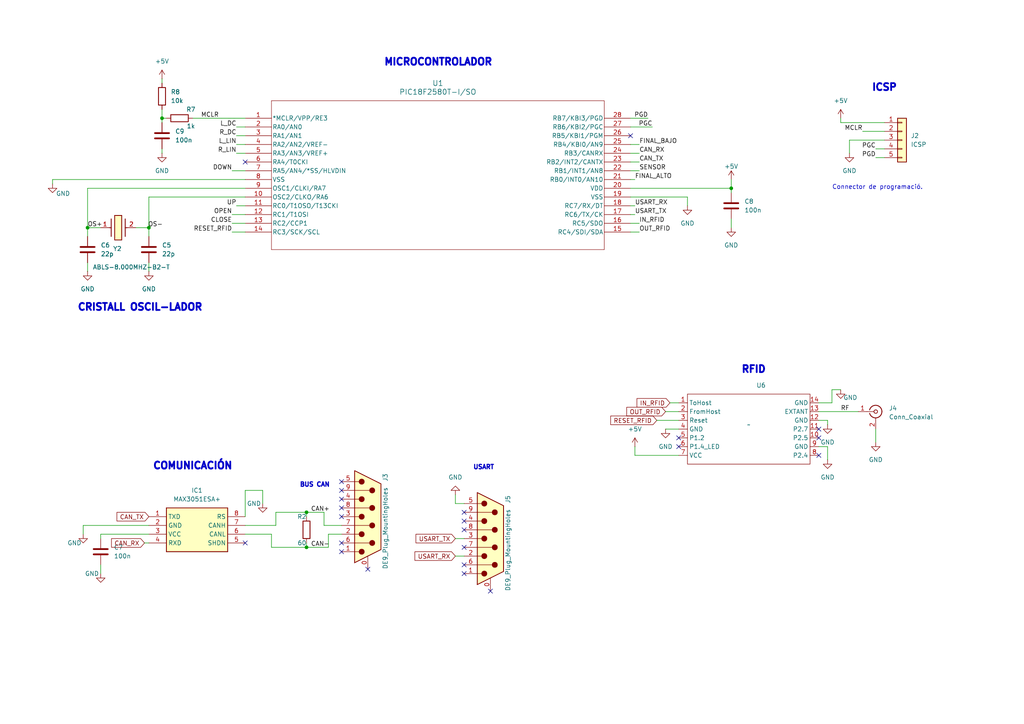
<source format=kicad_sch>
(kicad_sch
	(version 20250114)
	(generator "eeschema")
	(generator_version "9.0")
	(uuid "fabbde56-8e14-4a1d-9ecb-2c0209abd5e9")
	(paper "A4")
	(lib_symbols
		(symbol "+5V_1"
			(power)
			(pin_numbers
				(hide yes)
			)
			(pin_names
				(offset 0)
				(hide yes)
			)
			(exclude_from_sim no)
			(in_bom yes)
			(on_board yes)
			(property "Reference" "#PWR"
				(at 0 -3.81 0)
				(effects
					(font
						(size 1.27 1.27)
					)
					(hide yes)
				)
			)
			(property "Value" "+5V"
				(at 0 3.556 0)
				(effects
					(font
						(size 1.27 1.27)
					)
				)
			)
			(property "Footprint" ""
				(at 0 0 0)
				(effects
					(font
						(size 1.27 1.27)
					)
					(hide yes)
				)
			)
			(property "Datasheet" ""
				(at 0 0 0)
				(effects
					(font
						(size 1.27 1.27)
					)
					(hide yes)
				)
			)
			(property "Description" "Power symbol creates a global label with name \"+5V\""
				(at 0 0 0)
				(effects
					(font
						(size 1.27 1.27)
					)
					(hide yes)
				)
			)
			(property "ki_keywords" "global power"
				(at 0 0 0)
				(effects
					(font
						(size 1.27 1.27)
					)
					(hide yes)
				)
			)
			(symbol "+5V_1_0_1"
				(polyline
					(pts
						(xy -0.762 1.27) (xy 0 2.54)
					)
					(stroke
						(width 0)
						(type default)
					)
					(fill
						(type none)
					)
				)
				(polyline
					(pts
						(xy 0 2.54) (xy 0.762 1.27)
					)
					(stroke
						(width 0)
						(type default)
					)
					(fill
						(type none)
					)
				)
				(polyline
					(pts
						(xy 0 0) (xy 0 2.54)
					)
					(stroke
						(width 0)
						(type default)
					)
					(fill
						(type none)
					)
				)
			)
			(symbol "+5V_1_1_1"
				(pin power_in line
					(at 0 0 90)
					(length 0)
					(name "~"
						(effects
							(font
								(size 1.27 1.27)
							)
						)
					)
					(number "1"
						(effects
							(font
								(size 1.27 1.27)
							)
						)
					)
				)
			)
			(embedded_fonts no)
		)
		(symbol "+5V_2"
			(power)
			(pin_numbers
				(hide yes)
			)
			(pin_names
				(offset 0)
				(hide yes)
			)
			(exclude_from_sim no)
			(in_bom yes)
			(on_board yes)
			(property "Reference" "#PWR"
				(at 0 -3.81 0)
				(effects
					(font
						(size 1.27 1.27)
					)
					(hide yes)
				)
			)
			(property "Value" "+5V"
				(at 0 3.556 0)
				(effects
					(font
						(size 1.27 1.27)
					)
				)
			)
			(property "Footprint" ""
				(at 0 0 0)
				(effects
					(font
						(size 1.27 1.27)
					)
					(hide yes)
				)
			)
			(property "Datasheet" ""
				(at 0 0 0)
				(effects
					(font
						(size 1.27 1.27)
					)
					(hide yes)
				)
			)
			(property "Description" "Power symbol creates a global label with name \"+5V\""
				(at 0 0 0)
				(effects
					(font
						(size 1.27 1.27)
					)
					(hide yes)
				)
			)
			(property "ki_keywords" "global power"
				(at 0 0 0)
				(effects
					(font
						(size 1.27 1.27)
					)
					(hide yes)
				)
			)
			(symbol "+5V_2_0_1"
				(polyline
					(pts
						(xy -0.762 1.27) (xy 0 2.54)
					)
					(stroke
						(width 0)
						(type default)
					)
					(fill
						(type none)
					)
				)
				(polyline
					(pts
						(xy 0 2.54) (xy 0.762 1.27)
					)
					(stroke
						(width 0)
						(type default)
					)
					(fill
						(type none)
					)
				)
				(polyline
					(pts
						(xy 0 0) (xy 0 2.54)
					)
					(stroke
						(width 0)
						(type default)
					)
					(fill
						(type none)
					)
				)
			)
			(symbol "+5V_2_1_1"
				(pin power_in line
					(at 0 0 90)
					(length 0)
					(name "~"
						(effects
							(font
								(size 1.27 1.27)
							)
						)
					)
					(number "1"
						(effects
							(font
								(size 1.27 1.27)
							)
						)
					)
				)
			)
			(embedded_fonts no)
		)
		(symbol "+5V_3"
			(power)
			(pin_numbers
				(hide yes)
			)
			(pin_names
				(offset 0)
				(hide yes)
			)
			(exclude_from_sim no)
			(in_bom yes)
			(on_board yes)
			(property "Reference" "#PWR"
				(at 0 -3.81 0)
				(effects
					(font
						(size 1.27 1.27)
					)
					(hide yes)
				)
			)
			(property "Value" "+5V"
				(at 0 3.556 0)
				(effects
					(font
						(size 1.27 1.27)
					)
				)
			)
			(property "Footprint" ""
				(at 0 0 0)
				(effects
					(font
						(size 1.27 1.27)
					)
					(hide yes)
				)
			)
			(property "Datasheet" ""
				(at 0 0 0)
				(effects
					(font
						(size 1.27 1.27)
					)
					(hide yes)
				)
			)
			(property "Description" "Power symbol creates a global label with name \"+5V\""
				(at 0 0 0)
				(effects
					(font
						(size 1.27 1.27)
					)
					(hide yes)
				)
			)
			(property "ki_keywords" "global power"
				(at 0 0 0)
				(effects
					(font
						(size 1.27 1.27)
					)
					(hide yes)
				)
			)
			(symbol "+5V_3_0_1"
				(polyline
					(pts
						(xy -0.762 1.27) (xy 0 2.54)
					)
					(stroke
						(width 0)
						(type default)
					)
					(fill
						(type none)
					)
				)
				(polyline
					(pts
						(xy 0 2.54) (xy 0.762 1.27)
					)
					(stroke
						(width 0)
						(type default)
					)
					(fill
						(type none)
					)
				)
				(polyline
					(pts
						(xy 0 0) (xy 0 2.54)
					)
					(stroke
						(width 0)
						(type default)
					)
					(fill
						(type none)
					)
				)
			)
			(symbol "+5V_3_1_1"
				(pin power_in line
					(at 0 0 90)
					(length 0)
					(name "~"
						(effects
							(font
								(size 1.27 1.27)
							)
						)
					)
					(number "1"
						(effects
							(font
								(size 1.27 1.27)
							)
						)
					)
				)
			)
			(embedded_fonts no)
		)
		(symbol "ABLS-8_000MHZ-B2-T:ABLS-8.000MHZ-B2-T"
			(pin_names
				(hide yes)
			)
			(exclude_from_sim no)
			(in_bom yes)
			(on_board yes)
			(property "Reference" "Y"
				(at 8.89 6.35 0)
				(effects
					(font
						(size 1.27 1.27)
					)
					(justify left top)
				)
			)
			(property "Value" "ABLS-8.000MHZ-B2-T"
				(at 8.89 3.81 0)
				(effects
					(font
						(size 1.27 1.27)
					)
					(justify left top)
				)
			)
			(property "Footprint" "ABLS8000MHZB2T"
				(at 8.89 -96.19 0)
				(effects
					(font
						(size 1.27 1.27)
					)
					(justify left top)
					(hide yes)
				)
			)
			(property "Datasheet" "https://abracon.com/Resonators/abls.pdf"
				(at 8.89 -196.19 0)
				(effects
					(font
						(size 1.27 1.27)
					)
					(justify left top)
					(hide yes)
				)
			)
			(property "Description" "HC/49US (AT49) SMD LOW PROFILE CRYSTAL"
				(at 0 0 0)
				(effects
					(font
						(size 1.27 1.27)
					)
					(hide yes)
				)
			)
			(property "Height" "4.2"
				(at 8.89 -396.19 0)
				(effects
					(font
						(size 1.27 1.27)
					)
					(justify left top)
					(hide yes)
				)
			)
			(property "Mouser Part Number" "815-ABLS-8-B2"
				(at 8.89 -496.19 0)
				(effects
					(font
						(size 1.27 1.27)
					)
					(justify left top)
					(hide yes)
				)
			)
			(property "Mouser Price/Stock" "https://www.mouser.co.uk/ProductDetail/ABRACON/ABLS-8.000MHZ-B2-T?qs=H8AWquzS%2FlOPBpG0T30dWA%3D%3D"
				(at 8.89 -596.19 0)
				(effects
					(font
						(size 1.27 1.27)
					)
					(justify left top)
					(hide yes)
				)
			)
			(property "Manufacturer_Name" "ABRACON"
				(at 8.89 -696.19 0)
				(effects
					(font
						(size 1.27 1.27)
					)
					(justify left top)
					(hide yes)
				)
			)
			(property "Manufacturer_Part_Number" "ABLS-8.000MHZ-B2-T"
				(at 8.89 -796.19 0)
				(effects
					(font
						(size 1.27 1.27)
					)
					(justify left top)
					(hide yes)
				)
			)
			(symbol "ABLS-8.000MHZ-B2-T_1_1"
				(polyline
					(pts
						(xy 3.048 2.54) (xy 3.048 -2.54)
					)
					(stroke
						(width 0.254)
						(type default)
					)
					(fill
						(type none)
					)
				)
				(polyline
					(pts
						(xy 3.048 0) (xy 2.54 0)
					)
					(stroke
						(width 0.254)
						(type default)
					)
					(fill
						(type none)
					)
				)
				(rectangle
					(start 4.064 3.556)
					(end 6.096 -3.556)
					(stroke
						(width 0.254)
						(type default)
					)
					(fill
						(type background)
					)
				)
				(polyline
					(pts
						(xy 7.112 2.54) (xy 7.112 -2.54)
					)
					(stroke
						(width 0.254)
						(type default)
					)
					(fill
						(type none)
					)
				)
				(polyline
					(pts
						(xy 7.112 0) (xy 7.62 0)
					)
					(stroke
						(width 0.254)
						(type default)
					)
					(fill
						(type none)
					)
				)
				(pin passive line
					(at 0 0 0)
					(length 2.54)
					(name "1"
						(effects
							(font
								(size 1.27 1.27)
							)
						)
					)
					(number "1"
						(effects
							(font
								(size 1.27 1.27)
							)
						)
					)
				)
				(pin passive line
					(at 10.16 0 180)
					(length 2.54)
					(name "2"
						(effects
							(font
								(size 1.27 1.27)
							)
						)
					)
					(number "2"
						(effects
							(font
								(size 1.27 1.27)
							)
						)
					)
				)
			)
			(embedded_fonts no)
		)
		(symbol "Connector:Conn_Coaxial"
			(pin_names
				(offset 1.016)
				(hide yes)
			)
			(exclude_from_sim no)
			(in_bom yes)
			(on_board yes)
			(property "Reference" "J"
				(at 0.254 3.048 0)
				(effects
					(font
						(size 1.27 1.27)
					)
				)
			)
			(property "Value" "Conn_Coaxial"
				(at 2.921 0 90)
				(effects
					(font
						(size 1.27 1.27)
					)
				)
			)
			(property "Footprint" ""
				(at 0 0 0)
				(effects
					(font
						(size 1.27 1.27)
					)
					(hide yes)
				)
			)
			(property "Datasheet" "~"
				(at 0 0 0)
				(effects
					(font
						(size 1.27 1.27)
					)
					(hide yes)
				)
			)
			(property "Description" "coaxial connector (BNC, SMA, SMB, SMC, Cinch/RCA, LEMO, ...)"
				(at 0 0 0)
				(effects
					(font
						(size 1.27 1.27)
					)
					(hide yes)
				)
			)
			(property "ki_keywords" "BNC SMA SMB SMC LEMO coaxial connector CINCH RCA MCX MMCX U.FL UMRF"
				(at 0 0 0)
				(effects
					(font
						(size 1.27 1.27)
					)
					(hide yes)
				)
			)
			(property "ki_fp_filters" "*BNC* *SMA* *SMB* *SMC* *Cinch* *LEMO* *UMRF* *MCX* *U.FL*"
				(at 0 0 0)
				(effects
					(font
						(size 1.27 1.27)
					)
					(hide yes)
				)
			)
			(symbol "Conn_Coaxial_0_1"
				(polyline
					(pts
						(xy -2.54 0) (xy -0.508 0)
					)
					(stroke
						(width 0)
						(type default)
					)
					(fill
						(type none)
					)
				)
				(arc
					(start 1.778 0)
					(mid 0.222 -1.8079)
					(end -1.778 -0.508)
					(stroke
						(width 0.254)
						(type default)
					)
					(fill
						(type none)
					)
				)
				(arc
					(start -1.778 0.508)
					(mid 0.2221 1.8084)
					(end 1.778 0)
					(stroke
						(width 0.254)
						(type default)
					)
					(fill
						(type none)
					)
				)
				(circle
					(center 0 0)
					(radius 0.508)
					(stroke
						(width 0.2032)
						(type default)
					)
					(fill
						(type none)
					)
				)
				(polyline
					(pts
						(xy 0 -2.54) (xy 0 -1.778)
					)
					(stroke
						(width 0)
						(type default)
					)
					(fill
						(type none)
					)
				)
			)
			(symbol "Conn_Coaxial_1_1"
				(pin passive line
					(at -5.08 0 0)
					(length 2.54)
					(name "In"
						(effects
							(font
								(size 1.27 1.27)
							)
						)
					)
					(number "1"
						(effects
							(font
								(size 1.27 1.27)
							)
						)
					)
				)
				(pin passive line
					(at 0 -5.08 90)
					(length 2.54)
					(name "Ext"
						(effects
							(font
								(size 1.27 1.27)
							)
						)
					)
					(number "2"
						(effects
							(font
								(size 1.27 1.27)
							)
						)
					)
				)
			)
			(embedded_fonts no)
		)
		(symbol "Connector:DE9_Plug_MountingHoles"
			(pin_names
				(offset 1.016)
				(hide yes)
			)
			(exclude_from_sim no)
			(in_bom yes)
			(on_board yes)
			(property "Reference" "J"
				(at 0 16.51 0)
				(effects
					(font
						(size 1.27 1.27)
					)
				)
			)
			(property "Value" "DE9_Plug_MountingHoles"
				(at 0 14.605 0)
				(effects
					(font
						(size 1.27 1.27)
					)
				)
			)
			(property "Footprint" ""
				(at 0 0 0)
				(effects
					(font
						(size 1.27 1.27)
					)
					(hide yes)
				)
			)
			(property "Datasheet" "~"
				(at 0 0 0)
				(effects
					(font
						(size 1.27 1.27)
					)
					(hide yes)
				)
			)
			(property "Description" "9-pin male plug pin D-SUB connector, Mounting Hole"
				(at 0 0 0)
				(effects
					(font
						(size 1.27 1.27)
					)
					(hide yes)
				)
			)
			(property "ki_keywords" "connector plug male D-SUB DB9"
				(at 0 0 0)
				(effects
					(font
						(size 1.27 1.27)
					)
					(hide yes)
				)
			)
			(property "ki_fp_filters" "DSUB*Male*"
				(at 0 0 0)
				(effects
					(font
						(size 1.27 1.27)
					)
					(hide yes)
				)
			)
			(symbol "DE9_Plug_MountingHoles_0_1"
				(polyline
					(pts
						(xy -3.81 10.16) (xy -2.54 10.16)
					)
					(stroke
						(width 0)
						(type default)
					)
					(fill
						(type none)
					)
				)
				(polyline
					(pts
						(xy -3.81 7.62) (xy 0.508 7.62)
					)
					(stroke
						(width 0)
						(type default)
					)
					(fill
						(type none)
					)
				)
				(polyline
					(pts
						(xy -3.81 5.08) (xy -2.54 5.08)
					)
					(stroke
						(width 0)
						(type default)
					)
					(fill
						(type none)
					)
				)
				(polyline
					(pts
						(xy -3.81 2.54) (xy 0.508 2.54)
					)
					(stroke
						(width 0)
						(type default)
					)
					(fill
						(type none)
					)
				)
				(polyline
					(pts
						(xy -3.81 0) (xy -2.54 0)
					)
					(stroke
						(width 0)
						(type default)
					)
					(fill
						(type none)
					)
				)
				(polyline
					(pts
						(xy -3.81 -2.54) (xy 0.508 -2.54)
					)
					(stroke
						(width 0)
						(type default)
					)
					(fill
						(type none)
					)
				)
				(polyline
					(pts
						(xy -3.81 -5.08) (xy -2.54 -5.08)
					)
					(stroke
						(width 0)
						(type default)
					)
					(fill
						(type none)
					)
				)
				(polyline
					(pts
						(xy -3.81 -7.62) (xy 0.508 -7.62)
					)
					(stroke
						(width 0)
						(type default)
					)
					(fill
						(type none)
					)
				)
				(polyline
					(pts
						(xy -3.81 -10.16) (xy -2.54 -10.16)
					)
					(stroke
						(width 0)
						(type default)
					)
					(fill
						(type none)
					)
				)
				(polyline
					(pts
						(xy -3.81 -13.335) (xy -3.81 13.335) (xy 3.81 9.525) (xy 3.81 -9.525) (xy -3.81 -13.335)
					)
					(stroke
						(width 0.254)
						(type default)
					)
					(fill
						(type background)
					)
				)
				(circle
					(center -1.778 10.16)
					(radius 0.762)
					(stroke
						(width 0)
						(type default)
					)
					(fill
						(type outline)
					)
				)
				(circle
					(center -1.778 5.08)
					(radius 0.762)
					(stroke
						(width 0)
						(type default)
					)
					(fill
						(type outline)
					)
				)
				(circle
					(center -1.778 0)
					(radius 0.762)
					(stroke
						(width 0)
						(type default)
					)
					(fill
						(type outline)
					)
				)
				(circle
					(center -1.778 -5.08)
					(radius 0.762)
					(stroke
						(width 0)
						(type default)
					)
					(fill
						(type outline)
					)
				)
				(circle
					(center -1.778 -10.16)
					(radius 0.762)
					(stroke
						(width 0)
						(type default)
					)
					(fill
						(type outline)
					)
				)
				(circle
					(center 1.27 7.62)
					(radius 0.762)
					(stroke
						(width 0)
						(type default)
					)
					(fill
						(type outline)
					)
				)
				(circle
					(center 1.27 2.54)
					(radius 0.762)
					(stroke
						(width 0)
						(type default)
					)
					(fill
						(type outline)
					)
				)
				(circle
					(center 1.27 -2.54)
					(radius 0.762)
					(stroke
						(width 0)
						(type default)
					)
					(fill
						(type outline)
					)
				)
				(circle
					(center 1.27 -7.62)
					(radius 0.762)
					(stroke
						(width 0)
						(type default)
					)
					(fill
						(type outline)
					)
				)
			)
			(symbol "DE9_Plug_MountingHoles_1_1"
				(pin passive line
					(at -7.62 10.16 0)
					(length 3.81)
					(name "5"
						(effects
							(font
								(size 1.27 1.27)
							)
						)
					)
					(number "5"
						(effects
							(font
								(size 1.27 1.27)
							)
						)
					)
				)
				(pin passive line
					(at -7.62 7.62 0)
					(length 3.81)
					(name "9"
						(effects
							(font
								(size 1.27 1.27)
							)
						)
					)
					(number "9"
						(effects
							(font
								(size 1.27 1.27)
							)
						)
					)
				)
				(pin passive line
					(at -7.62 5.08 0)
					(length 3.81)
					(name "4"
						(effects
							(font
								(size 1.27 1.27)
							)
						)
					)
					(number "4"
						(effects
							(font
								(size 1.27 1.27)
							)
						)
					)
				)
				(pin passive line
					(at -7.62 2.54 0)
					(length 3.81)
					(name "8"
						(effects
							(font
								(size 1.27 1.27)
							)
						)
					)
					(number "8"
						(effects
							(font
								(size 1.27 1.27)
							)
						)
					)
				)
				(pin passive line
					(at -7.62 0 0)
					(length 3.81)
					(name "3"
						(effects
							(font
								(size 1.27 1.27)
							)
						)
					)
					(number "3"
						(effects
							(font
								(size 1.27 1.27)
							)
						)
					)
				)
				(pin passive line
					(at -7.62 -2.54 0)
					(length 3.81)
					(name "7"
						(effects
							(font
								(size 1.27 1.27)
							)
						)
					)
					(number "7"
						(effects
							(font
								(size 1.27 1.27)
							)
						)
					)
				)
				(pin passive line
					(at -7.62 -5.08 0)
					(length 3.81)
					(name "2"
						(effects
							(font
								(size 1.27 1.27)
							)
						)
					)
					(number "2"
						(effects
							(font
								(size 1.27 1.27)
							)
						)
					)
				)
				(pin passive line
					(at -7.62 -7.62 0)
					(length 3.81)
					(name "6"
						(effects
							(font
								(size 1.27 1.27)
							)
						)
					)
					(number "6"
						(effects
							(font
								(size 1.27 1.27)
							)
						)
					)
				)
				(pin passive line
					(at -7.62 -10.16 0)
					(length 3.81)
					(name "1"
						(effects
							(font
								(size 1.27 1.27)
							)
						)
					)
					(number "1"
						(effects
							(font
								(size 1.27 1.27)
							)
						)
					)
				)
				(pin passive line
					(at 0 -15.24 90)
					(length 3.81)
					(name "PAD"
						(effects
							(font
								(size 1.27 1.27)
							)
						)
					)
					(number "0"
						(effects
							(font
								(size 1.27 1.27)
							)
						)
					)
				)
			)
			(embedded_fonts no)
		)
		(symbol "Connector_Generic:Conn_01x05"
			(pin_names
				(offset 1.016)
				(hide yes)
			)
			(exclude_from_sim no)
			(in_bom yes)
			(on_board yes)
			(property "Reference" "J"
				(at 0 7.62 0)
				(effects
					(font
						(size 1.27 1.27)
					)
				)
			)
			(property "Value" "Conn_01x05"
				(at 0 -7.62 0)
				(effects
					(font
						(size 1.27 1.27)
					)
				)
			)
			(property "Footprint" ""
				(at 0 0 0)
				(effects
					(font
						(size 1.27 1.27)
					)
					(hide yes)
				)
			)
			(property "Datasheet" "~"
				(at 0 0 0)
				(effects
					(font
						(size 1.27 1.27)
					)
					(hide yes)
				)
			)
			(property "Description" "Generic connector, single row, 01x05, script generated (kicad-library-utils/schlib/autogen/connector/)"
				(at 0 0 0)
				(effects
					(font
						(size 1.27 1.27)
					)
					(hide yes)
				)
			)
			(property "ki_keywords" "connector"
				(at 0 0 0)
				(effects
					(font
						(size 1.27 1.27)
					)
					(hide yes)
				)
			)
			(property "ki_fp_filters" "Connector*:*_1x??_*"
				(at 0 0 0)
				(effects
					(font
						(size 1.27 1.27)
					)
					(hide yes)
				)
			)
			(symbol "Conn_01x05_1_1"
				(rectangle
					(start -1.27 6.35)
					(end 1.27 -6.35)
					(stroke
						(width 0.254)
						(type default)
					)
					(fill
						(type background)
					)
				)
				(rectangle
					(start -1.27 5.207)
					(end 0 4.953)
					(stroke
						(width 0.1524)
						(type default)
					)
					(fill
						(type none)
					)
				)
				(rectangle
					(start -1.27 2.667)
					(end 0 2.413)
					(stroke
						(width 0.1524)
						(type default)
					)
					(fill
						(type none)
					)
				)
				(rectangle
					(start -1.27 0.127)
					(end 0 -0.127)
					(stroke
						(width 0.1524)
						(type default)
					)
					(fill
						(type none)
					)
				)
				(rectangle
					(start -1.27 -2.413)
					(end 0 -2.667)
					(stroke
						(width 0.1524)
						(type default)
					)
					(fill
						(type none)
					)
				)
				(rectangle
					(start -1.27 -4.953)
					(end 0 -5.207)
					(stroke
						(width 0.1524)
						(type default)
					)
					(fill
						(type none)
					)
				)
				(pin passive line
					(at -5.08 5.08 0)
					(length 3.81)
					(name "Pin_1"
						(effects
							(font
								(size 1.27 1.27)
							)
						)
					)
					(number "1"
						(effects
							(font
								(size 1.27 1.27)
							)
						)
					)
				)
				(pin passive line
					(at -5.08 2.54 0)
					(length 3.81)
					(name "Pin_2"
						(effects
							(font
								(size 1.27 1.27)
							)
						)
					)
					(number "2"
						(effects
							(font
								(size 1.27 1.27)
							)
						)
					)
				)
				(pin passive line
					(at -5.08 0 0)
					(length 3.81)
					(name "Pin_3"
						(effects
							(font
								(size 1.27 1.27)
							)
						)
					)
					(number "3"
						(effects
							(font
								(size 1.27 1.27)
							)
						)
					)
				)
				(pin passive line
					(at -5.08 -2.54 0)
					(length 3.81)
					(name "Pin_4"
						(effects
							(font
								(size 1.27 1.27)
							)
						)
					)
					(number "4"
						(effects
							(font
								(size 1.27 1.27)
							)
						)
					)
				)
				(pin passive line
					(at -5.08 -5.08 0)
					(length 3.81)
					(name "Pin_5"
						(effects
							(font
								(size 1.27 1.27)
							)
						)
					)
					(number "5"
						(effects
							(font
								(size 1.27 1.27)
							)
						)
					)
				)
			)
			(embedded_fonts no)
		)
		(symbol "DLP-RFID2:DLP-RFID2"
			(exclude_from_sim no)
			(in_bom yes)
			(on_board yes)
			(property "Reference" "U6"
				(at 2.1941 15.24 0)
				(effects
					(font
						(size 1.27 1.27)
					)
					(justify left)
				)
			)
			(property "Value" "~"
				(at 0 3.81 0)
				(effects
					(font
						(size 1.27 1.27)
					)
				)
			)
			(property "Footprint" "DLP-RFID2:DLP-RFID2"
				(at -20.32 10.16 0)
				(effects
					(font
						(size 1.27 1.27)
					)
					(hide yes)
				)
			)
			(property "Datasheet" ""
				(at -20.32 10.16 0)
				(effects
					(font
						(size 1.27 1.27)
					)
					(hide yes)
				)
			)
			(property "Description" ""
				(at 0 0 0)
				(effects
					(font
						(size 1.27 1.27)
					)
				)
			)
			(symbol "DLP-RFID2_0_0"
				(pin output line
					(at -20.32 2.54 0)
					(length 2.54)
					(name "GND"
						(effects
							(font
								(size 1.27 1.27)
							)
						)
					)
					(number "4"
						(effects
							(font
								(size 1.27 1.27)
							)
						)
					)
				)
				(pin input line
					(at -20.32 -5.08 0)
					(length 2.54)
					(name "VCC"
						(effects
							(font
								(size 1.27 1.27)
							)
						)
					)
					(number "7"
						(effects
							(font
								(size 1.27 1.27)
							)
						)
					)
				)
				(pin output line
					(at 20.32 10.16 180)
					(length 2.54)
					(name "GND"
						(effects
							(font
								(size 1.27 1.27)
							)
						)
					)
					(number "14"
						(effects
							(font
								(size 1.27 1.27)
							)
						)
					)
				)
				(pin output line
					(at 20.32 5.08 180)
					(length 2.54)
					(name "GND"
						(effects
							(font
								(size 1.27 1.27)
							)
						)
					)
					(number "12"
						(effects
							(font
								(size 1.27 1.27)
							)
						)
					)
				)
			)
			(symbol "DLP-RFID2_0_1"
				(rectangle
					(start -17.78 12.7)
					(end 17.78 -7.62)
					(stroke
						(width 0)
						(type default)
					)
					(fill
						(type none)
					)
				)
			)
			(symbol "DLP-RFID2_1_0"
				(pin output line
					(at -20.32 10.16 0)
					(length 2.54)
					(name "ToHost"
						(effects
							(font
								(size 1.27 1.27)
							)
						)
					)
					(number "1"
						(effects
							(font
								(size 1.27 1.27)
							)
						)
					)
				)
				(pin input line
					(at -20.32 7.62 0)
					(length 2.54)
					(name "FromHost"
						(effects
							(font
								(size 1.27 1.27)
							)
						)
					)
					(number "2"
						(effects
							(font
								(size 1.27 1.27)
							)
						)
					)
				)
				(pin input line
					(at -20.32 5.08 0)
					(length 2.54)
					(name "Reset"
						(effects
							(font
								(size 1.27 1.27)
							)
						)
					)
					(number "3"
						(effects
							(font
								(size 1.27 1.27)
							)
						)
					)
				)
				(pin bidirectional line
					(at -20.32 0 0)
					(length 2.54)
					(name "P1.2"
						(effects
							(font
								(size 1.27 1.27)
							)
						)
					)
					(number "5"
						(effects
							(font
								(size 1.27 1.27)
							)
						)
					)
				)
				(pin output line
					(at -20.32 -2.54 0)
					(length 2.54)
					(name "P1.4_LED"
						(effects
							(font
								(size 1.27 1.27)
							)
						)
					)
					(number "6"
						(effects
							(font
								(size 1.27 1.27)
							)
						)
					)
				)
				(pin output line
					(at 20.32 7.62 180)
					(length 2.54)
					(name "EXTANT"
						(effects
							(font
								(size 1.27 1.27)
							)
						)
					)
					(number "13"
						(effects
							(font
								(size 1.27 1.27)
							)
						)
					)
				)
				(pin bidirectional line
					(at 20.32 2.54 180)
					(length 2.54)
					(name "P2.7"
						(effects
							(font
								(size 1.27 1.27)
							)
						)
					)
					(number "11"
						(effects
							(font
								(size 1.27 1.27)
							)
						)
					)
				)
				(pin bidirectional line
					(at 20.32 0 180)
					(length 2.54)
					(name "P2.5"
						(effects
							(font
								(size 1.27 1.27)
							)
						)
					)
					(number "10"
						(effects
							(font
								(size 1.27 1.27)
							)
						)
					)
				)
				(pin output line
					(at 20.32 -2.54 180)
					(length 2.54)
					(name "GND"
						(effects
							(font
								(size 1.27 1.27)
							)
						)
					)
					(number "9"
						(effects
							(font
								(size 1.27 1.27)
							)
						)
					)
				)
				(pin bidirectional line
					(at 20.32 -5.08 180)
					(length 2.54)
					(name "P2.4"
						(effects
							(font
								(size 1.27 1.27)
							)
						)
					)
					(number "8"
						(effects
							(font
								(size 1.27 1.27)
							)
						)
					)
				)
			)
			(embedded_fonts no)
		)
		(symbol "Device:C"
			(pin_numbers
				(hide yes)
			)
			(pin_names
				(offset 0.254)
			)
			(exclude_from_sim no)
			(in_bom yes)
			(on_board yes)
			(property "Reference" "C"
				(at 0.635 2.54 0)
				(effects
					(font
						(size 1.27 1.27)
					)
					(justify left)
				)
			)
			(property "Value" "C"
				(at 0.635 -2.54 0)
				(effects
					(font
						(size 1.27 1.27)
					)
					(justify left)
				)
			)
			(property "Footprint" ""
				(at 0.9652 -3.81 0)
				(effects
					(font
						(size 1.27 1.27)
					)
					(hide yes)
				)
			)
			(property "Datasheet" "~"
				(at 0 0 0)
				(effects
					(font
						(size 1.27 1.27)
					)
					(hide yes)
				)
			)
			(property "Description" "Unpolarized capacitor"
				(at 0 0 0)
				(effects
					(font
						(size 1.27 1.27)
					)
					(hide yes)
				)
			)
			(property "ki_keywords" "cap capacitor"
				(at 0 0 0)
				(effects
					(font
						(size 1.27 1.27)
					)
					(hide yes)
				)
			)
			(property "ki_fp_filters" "C_*"
				(at 0 0 0)
				(effects
					(font
						(size 1.27 1.27)
					)
					(hide yes)
				)
			)
			(symbol "C_0_1"
				(polyline
					(pts
						(xy -2.032 0.762) (xy 2.032 0.762)
					)
					(stroke
						(width 0.508)
						(type default)
					)
					(fill
						(type none)
					)
				)
				(polyline
					(pts
						(xy -2.032 -0.762) (xy 2.032 -0.762)
					)
					(stroke
						(width 0.508)
						(type default)
					)
					(fill
						(type none)
					)
				)
			)
			(symbol "C_1_1"
				(pin passive line
					(at 0 3.81 270)
					(length 2.794)
					(name "~"
						(effects
							(font
								(size 1.27 1.27)
							)
						)
					)
					(number "1"
						(effects
							(font
								(size 1.27 1.27)
							)
						)
					)
				)
				(pin passive line
					(at 0 -3.81 90)
					(length 2.794)
					(name "~"
						(effects
							(font
								(size 1.27 1.27)
							)
						)
					)
					(number "2"
						(effects
							(font
								(size 1.27 1.27)
							)
						)
					)
				)
			)
			(embedded_fonts no)
		)
		(symbol "Device:R"
			(pin_numbers
				(hide yes)
			)
			(pin_names
				(offset 0)
			)
			(exclude_from_sim no)
			(in_bom yes)
			(on_board yes)
			(property "Reference" "R"
				(at 2.032 0 90)
				(effects
					(font
						(size 1.27 1.27)
					)
				)
			)
			(property "Value" "R"
				(at 0 0 90)
				(effects
					(font
						(size 1.27 1.27)
					)
				)
			)
			(property "Footprint" ""
				(at -1.778 0 90)
				(effects
					(font
						(size 1.27 1.27)
					)
					(hide yes)
				)
			)
			(property "Datasheet" "~"
				(at 0 0 0)
				(effects
					(font
						(size 1.27 1.27)
					)
					(hide yes)
				)
			)
			(property "Description" "Resistor"
				(at 0 0 0)
				(effects
					(font
						(size 1.27 1.27)
					)
					(hide yes)
				)
			)
			(property "ki_keywords" "R res resistor"
				(at 0 0 0)
				(effects
					(font
						(size 1.27 1.27)
					)
					(hide yes)
				)
			)
			(property "ki_fp_filters" "R_*"
				(at 0 0 0)
				(effects
					(font
						(size 1.27 1.27)
					)
					(hide yes)
				)
			)
			(symbol "R_0_1"
				(rectangle
					(start -1.016 -2.54)
					(end 1.016 2.54)
					(stroke
						(width 0.254)
						(type default)
					)
					(fill
						(type none)
					)
				)
			)
			(symbol "R_1_1"
				(pin passive line
					(at 0 3.81 270)
					(length 1.27)
					(name "~"
						(effects
							(font
								(size 1.27 1.27)
							)
						)
					)
					(number "1"
						(effects
							(font
								(size 1.27 1.27)
							)
						)
					)
				)
				(pin passive line
					(at 0 -3.81 90)
					(length 1.27)
					(name "~"
						(effects
							(font
								(size 1.27 1.27)
							)
						)
					)
					(number "2"
						(effects
							(font
								(size 1.27 1.27)
							)
						)
					)
				)
			)
			(embedded_fonts no)
		)
		(symbol "GND_1"
			(power)
			(pin_numbers
				(hide yes)
			)
			(pin_names
				(offset 0)
				(hide yes)
			)
			(exclude_from_sim no)
			(in_bom yes)
			(on_board yes)
			(property "Reference" "#PWR"
				(at 0 -6.35 0)
				(effects
					(font
						(size 1.27 1.27)
					)
					(hide yes)
				)
			)
			(property "Value" "GND"
				(at 0 -3.81 0)
				(effects
					(font
						(size 1.27 1.27)
					)
				)
			)
			(property "Footprint" ""
				(at 0 0 0)
				(effects
					(font
						(size 1.27 1.27)
					)
					(hide yes)
				)
			)
			(property "Datasheet" ""
				(at 0 0 0)
				(effects
					(font
						(size 1.27 1.27)
					)
					(hide yes)
				)
			)
			(property "Description" "Power symbol creates a global label with name \"GND\" , ground"
				(at 0 0 0)
				(effects
					(font
						(size 1.27 1.27)
					)
					(hide yes)
				)
			)
			(property "ki_keywords" "global power"
				(at 0 0 0)
				(effects
					(font
						(size 1.27 1.27)
					)
					(hide yes)
				)
			)
			(symbol "GND_1_0_1"
				(polyline
					(pts
						(xy 0 0) (xy 0 -1.27) (xy 1.27 -1.27) (xy 0 -2.54) (xy -1.27 -1.27) (xy 0 -1.27)
					)
					(stroke
						(width 0)
						(type default)
					)
					(fill
						(type none)
					)
				)
			)
			(symbol "GND_1_1_1"
				(pin power_in line
					(at 0 0 270)
					(length 0)
					(name "~"
						(effects
							(font
								(size 1.27 1.27)
							)
						)
					)
					(number "1"
						(effects
							(font
								(size 1.27 1.27)
							)
						)
					)
				)
			)
			(embedded_fonts no)
		)
		(symbol "GND_2"
			(power)
			(pin_numbers
				(hide yes)
			)
			(pin_names
				(offset 0)
				(hide yes)
			)
			(exclude_from_sim no)
			(in_bom yes)
			(on_board yes)
			(property "Reference" "#PWR"
				(at 0 -6.35 0)
				(effects
					(font
						(size 1.27 1.27)
					)
					(hide yes)
				)
			)
			(property "Value" "GND"
				(at 0 -3.81 0)
				(effects
					(font
						(size 1.27 1.27)
					)
				)
			)
			(property "Footprint" ""
				(at 0 0 0)
				(effects
					(font
						(size 1.27 1.27)
					)
					(hide yes)
				)
			)
			(property "Datasheet" ""
				(at 0 0 0)
				(effects
					(font
						(size 1.27 1.27)
					)
					(hide yes)
				)
			)
			(property "Description" "Power symbol creates a global label with name \"GND\" , ground"
				(at 0 0 0)
				(effects
					(font
						(size 1.27 1.27)
					)
					(hide yes)
				)
			)
			(property "ki_keywords" "global power"
				(at 0 0 0)
				(effects
					(font
						(size 1.27 1.27)
					)
					(hide yes)
				)
			)
			(symbol "GND_2_0_1"
				(polyline
					(pts
						(xy 0 0) (xy 0 -1.27) (xy 1.27 -1.27) (xy 0 -2.54) (xy -1.27 -1.27) (xy 0 -1.27)
					)
					(stroke
						(width 0)
						(type default)
					)
					(fill
						(type none)
					)
				)
			)
			(symbol "GND_2_1_1"
				(pin power_in line
					(at 0 0 270)
					(length 0)
					(name "~"
						(effects
							(font
								(size 1.27 1.27)
							)
						)
					)
					(number "1"
						(effects
							(font
								(size 1.27 1.27)
							)
						)
					)
				)
			)
			(embedded_fonts no)
		)
		(symbol "GND_3"
			(power)
			(pin_numbers
				(hide yes)
			)
			(pin_names
				(offset 0)
				(hide yes)
			)
			(exclude_from_sim no)
			(in_bom yes)
			(on_board yes)
			(property "Reference" "#PWR"
				(at 0 -6.35 0)
				(effects
					(font
						(size 1.27 1.27)
					)
					(hide yes)
				)
			)
			(property "Value" "GND"
				(at 0 -3.81 0)
				(effects
					(font
						(size 1.27 1.27)
					)
				)
			)
			(property "Footprint" ""
				(at 0 0 0)
				(effects
					(font
						(size 1.27 1.27)
					)
					(hide yes)
				)
			)
			(property "Datasheet" ""
				(at 0 0 0)
				(effects
					(font
						(size 1.27 1.27)
					)
					(hide yes)
				)
			)
			(property "Description" "Power symbol creates a global label with name \"GND\" , ground"
				(at 0 0 0)
				(effects
					(font
						(size 1.27 1.27)
					)
					(hide yes)
				)
			)
			(property "ki_keywords" "global power"
				(at 0 0 0)
				(effects
					(font
						(size 1.27 1.27)
					)
					(hide yes)
				)
			)
			(symbol "GND_3_0_1"
				(polyline
					(pts
						(xy 0 0) (xy 0 -1.27) (xy 1.27 -1.27) (xy 0 -2.54) (xy -1.27 -1.27) (xy 0 -1.27)
					)
					(stroke
						(width 0)
						(type default)
					)
					(fill
						(type none)
					)
				)
			)
			(symbol "GND_3_1_1"
				(pin power_in line
					(at 0 0 270)
					(length 0)
					(name "~"
						(effects
							(font
								(size 1.27 1.27)
							)
						)
					)
					(number "1"
						(effects
							(font
								(size 1.27 1.27)
							)
						)
					)
				)
			)
			(embedded_fonts no)
		)
		(symbol "GND_4"
			(power)
			(pin_numbers
				(hide yes)
			)
			(pin_names
				(offset 0)
				(hide yes)
			)
			(exclude_from_sim no)
			(in_bom yes)
			(on_board yes)
			(property "Reference" "#PWR"
				(at 0 -6.35 0)
				(effects
					(font
						(size 1.27 1.27)
					)
					(hide yes)
				)
			)
			(property "Value" "GND"
				(at 0 -3.81 0)
				(effects
					(font
						(size 1.27 1.27)
					)
				)
			)
			(property "Footprint" ""
				(at 0 0 0)
				(effects
					(font
						(size 1.27 1.27)
					)
					(hide yes)
				)
			)
			(property "Datasheet" ""
				(at 0 0 0)
				(effects
					(font
						(size 1.27 1.27)
					)
					(hide yes)
				)
			)
			(property "Description" "Power symbol creates a global label with name \"GND\" , ground"
				(at 0 0 0)
				(effects
					(font
						(size 1.27 1.27)
					)
					(hide yes)
				)
			)
			(property "ki_keywords" "global power"
				(at 0 0 0)
				(effects
					(font
						(size 1.27 1.27)
					)
					(hide yes)
				)
			)
			(symbol "GND_4_0_1"
				(polyline
					(pts
						(xy 0 0) (xy 0 -1.27) (xy 1.27 -1.27) (xy 0 -2.54) (xy -1.27 -1.27) (xy 0 -1.27)
					)
					(stroke
						(width 0)
						(type default)
					)
					(fill
						(type none)
					)
				)
			)
			(symbol "GND_4_1_1"
				(pin power_in line
					(at 0 0 270)
					(length 0)
					(name "~"
						(effects
							(font
								(size 1.27 1.27)
							)
						)
					)
					(number "1"
						(effects
							(font
								(size 1.27 1.27)
							)
						)
					)
				)
			)
			(embedded_fonts no)
		)
		(symbol "MAX3051ESA+:MAX3051ESA+"
			(exclude_from_sim no)
			(in_bom yes)
			(on_board yes)
			(property "Reference" "IC"
				(at 24.13 7.62 0)
				(effects
					(font
						(size 1.27 1.27)
					)
					(justify left top)
				)
			)
			(property "Value" "MAX3051ESA+"
				(at 24.13 5.08 0)
				(effects
					(font
						(size 1.27 1.27)
					)
					(justify left top)
				)
			)
			(property "Footprint" "SOIC127P600X175-8N"
				(at 24.13 -94.92 0)
				(effects
					(font
						(size 1.27 1.27)
					)
					(justify left top)
					(hide yes)
				)
			)
			(property "Datasheet" "http://datasheets.maximintegrated.com/en/ds/MAX3051.pdf"
				(at 24.13 -194.92 0)
				(effects
					(font
						(size 1.27 1.27)
					)
					(justify left top)
					(hide yes)
				)
			)
			(property "Description" "CAN Transceiver 1 Mbit/s ISO 11898 Standby-Mode 8pins SOIC"
				(at 0 0 0)
				(effects
					(font
						(size 1.27 1.27)
					)
					(hide yes)
				)
			)
			(property "Height" "1.75"
				(at 24.13 -394.92 0)
				(effects
					(font
						(size 1.27 1.27)
					)
					(justify left top)
					(hide yes)
				)
			)
			(property "Mouser Part Number" "700-MAX3051ESA"
				(at 24.13 -494.92 0)
				(effects
					(font
						(size 1.27 1.27)
					)
					(justify left top)
					(hide yes)
				)
			)
			(property "Mouser Price/Stock" "https://www.mouser.co.uk/ProductDetail/Analog-Devices-Maxim-Integrated/MAX3051ESA%2b?qs=CDqwynd4ZNpXRaQ90S7BzQ%3D%3D"
				(at 24.13 -594.92 0)
				(effects
					(font
						(size 1.27 1.27)
					)
					(justify left top)
					(hide yes)
				)
			)
			(property "Manufacturer_Name" "Analog Devices"
				(at 24.13 -694.92 0)
				(effects
					(font
						(size 1.27 1.27)
					)
					(justify left top)
					(hide yes)
				)
			)
			(property "Manufacturer_Part_Number" "MAX3051ESA+"
				(at 24.13 -794.92 0)
				(effects
					(font
						(size 1.27 1.27)
					)
					(justify left top)
					(hide yes)
				)
			)
			(symbol "MAX3051ESA+_1_1"
				(rectangle
					(start 5.08 2.54)
					(end 22.86 -10.16)
					(stroke
						(width 0.254)
						(type default)
					)
					(fill
						(type background)
					)
				)
				(pin passive line
					(at 0 0 0)
					(length 5.08)
					(name "TXD"
						(effects
							(font
								(size 1.27 1.27)
							)
						)
					)
					(number "1"
						(effects
							(font
								(size 1.27 1.27)
							)
						)
					)
				)
				(pin passive line
					(at 0 -2.54 0)
					(length 5.08)
					(name "GND"
						(effects
							(font
								(size 1.27 1.27)
							)
						)
					)
					(number "2"
						(effects
							(font
								(size 1.27 1.27)
							)
						)
					)
				)
				(pin passive line
					(at 0 -5.08 0)
					(length 5.08)
					(name "VCC"
						(effects
							(font
								(size 1.27 1.27)
							)
						)
					)
					(number "3"
						(effects
							(font
								(size 1.27 1.27)
							)
						)
					)
				)
				(pin passive line
					(at 0 -7.62 0)
					(length 5.08)
					(name "RXD"
						(effects
							(font
								(size 1.27 1.27)
							)
						)
					)
					(number "4"
						(effects
							(font
								(size 1.27 1.27)
							)
						)
					)
				)
				(pin passive line
					(at 27.94 0 180)
					(length 5.08)
					(name "RS"
						(effects
							(font
								(size 1.27 1.27)
							)
						)
					)
					(number "8"
						(effects
							(font
								(size 1.27 1.27)
							)
						)
					)
				)
				(pin passive line
					(at 27.94 -2.54 180)
					(length 5.08)
					(name "CANH"
						(effects
							(font
								(size 1.27 1.27)
							)
						)
					)
					(number "7"
						(effects
							(font
								(size 1.27 1.27)
							)
						)
					)
				)
				(pin passive line
					(at 27.94 -5.08 180)
					(length 5.08)
					(name "CANL"
						(effects
							(font
								(size 1.27 1.27)
							)
						)
					)
					(number "6"
						(effects
							(font
								(size 1.27 1.27)
							)
						)
					)
				)
				(pin passive line
					(at 27.94 -7.62 180)
					(length 5.08)
					(name "SHDN"
						(effects
							(font
								(size 1.27 1.27)
							)
						)
					)
					(number "5"
						(effects
							(font
								(size 1.27 1.27)
							)
						)
					)
				)
			)
			(embedded_fonts no)
		)
		(symbol "PIC18F2580T_I_SO:PIC18F2580T-I_SO"
			(pin_names
				(offset 0.254)
			)
			(exclude_from_sim no)
			(in_bom yes)
			(on_board yes)
			(property "Reference" "U"
				(at 55.88 10.16 0)
				(effects
					(font
						(size 1.524 1.524)
					)
				)
			)
			(property "Value" "PIC18F2580T-I/SO"
				(at 55.88 7.62 0)
				(effects
					(font
						(size 1.524 1.524)
					)
				)
			)
			(property "Footprint" "SOIC28-W_MC_MCH"
				(at 0 0 0)
				(effects
					(font
						(size 1.27 1.27)
						(italic yes)
					)
					(hide yes)
				)
			)
			(property "Datasheet" "PIC18F2580T-I/SO"
				(at 0 0 0)
				(effects
					(font
						(size 1.27 1.27)
						(italic yes)
					)
					(hide yes)
				)
			)
			(property "Description" ""
				(at 0 0 0)
				(effects
					(font
						(size 1.27 1.27)
					)
					(hide yes)
				)
			)
			(property "ki_locked" ""
				(at 0 0 0)
				(effects
					(font
						(size 1.27 1.27)
					)
				)
			)
			(property "ki_keywords" "PIC18F2580T-I/SO"
				(at 0 0 0)
				(effects
					(font
						(size 1.27 1.27)
					)
					(hide yes)
				)
			)
			(property "ki_fp_filters" "SOIC28-W_MC_MCH SOIC28-W_MC_MCH-M SOIC28-W_MC_MCH-L"
				(at 0 0 0)
				(effects
					(font
						(size 1.27 1.27)
					)
					(hide yes)
				)
			)
			(symbol "PIC18F2580T-I_SO_0_1"
				(polyline
					(pts
						(xy 7.62 5.08) (xy 7.62 -38.1)
					)
					(stroke
						(width 0.127)
						(type default)
					)
					(fill
						(type none)
					)
				)
				(polyline
					(pts
						(xy 7.62 -38.1) (xy 104.14 -38.1)
					)
					(stroke
						(width 0.127)
						(type default)
					)
					(fill
						(type none)
					)
				)
				(polyline
					(pts
						(xy 104.14 5.08) (xy 7.62 5.08)
					)
					(stroke
						(width 0.127)
						(type default)
					)
					(fill
						(type none)
					)
				)
				(polyline
					(pts
						(xy 104.14 -38.1) (xy 104.14 5.08)
					)
					(stroke
						(width 0.127)
						(type default)
					)
					(fill
						(type none)
					)
				)
				(pin unspecified line
					(at 0 0 0)
					(length 7.62)
					(name "*MCLR/VPP/RE3"
						(effects
							(font
								(size 1.27 1.27)
							)
						)
					)
					(number "1"
						(effects
							(font
								(size 1.27 1.27)
							)
						)
					)
				)
				(pin unspecified line
					(at 0 -2.54 0)
					(length 7.62)
					(name "RA0/AN0"
						(effects
							(font
								(size 1.27 1.27)
							)
						)
					)
					(number "2"
						(effects
							(font
								(size 1.27 1.27)
							)
						)
					)
				)
				(pin unspecified line
					(at 0 -5.08 0)
					(length 7.62)
					(name "RA1/AN1"
						(effects
							(font
								(size 1.27 1.27)
							)
						)
					)
					(number "3"
						(effects
							(font
								(size 1.27 1.27)
							)
						)
					)
				)
				(pin unspecified line
					(at 0 -7.62 0)
					(length 7.62)
					(name "RA2/AN2/VREF-"
						(effects
							(font
								(size 1.27 1.27)
							)
						)
					)
					(number "4"
						(effects
							(font
								(size 1.27 1.27)
							)
						)
					)
				)
				(pin unspecified line
					(at 0 -10.16 0)
					(length 7.62)
					(name "RA3/AN3/VREF+"
						(effects
							(font
								(size 1.27 1.27)
							)
						)
					)
					(number "5"
						(effects
							(font
								(size 1.27 1.27)
							)
						)
					)
				)
				(pin unspecified line
					(at 0 -12.7 0)
					(length 7.62)
					(name "RA4/T0CKI"
						(effects
							(font
								(size 1.27 1.27)
							)
						)
					)
					(number "6"
						(effects
							(font
								(size 1.27 1.27)
							)
						)
					)
				)
				(pin unspecified line
					(at 0 -15.24 0)
					(length 7.62)
					(name "RA5/AN4/*SS/HLVDIN"
						(effects
							(font
								(size 1.27 1.27)
							)
						)
					)
					(number "7"
						(effects
							(font
								(size 1.27 1.27)
							)
						)
					)
				)
				(pin unspecified line
					(at 0 -17.78 0)
					(length 7.62)
					(name "VSS"
						(effects
							(font
								(size 1.27 1.27)
							)
						)
					)
					(number "8"
						(effects
							(font
								(size 1.27 1.27)
							)
						)
					)
				)
				(pin unspecified line
					(at 0 -20.32 0)
					(length 7.62)
					(name "OSC1/CLKI/RA7"
						(effects
							(font
								(size 1.27 1.27)
							)
						)
					)
					(number "9"
						(effects
							(font
								(size 1.27 1.27)
							)
						)
					)
				)
				(pin unspecified line
					(at 0 -22.86 0)
					(length 7.62)
					(name "OSC2/CLKO/RA6"
						(effects
							(font
								(size 1.27 1.27)
							)
						)
					)
					(number "10"
						(effects
							(font
								(size 1.27 1.27)
							)
						)
					)
				)
				(pin unspecified line
					(at 0 -25.4 0)
					(length 7.62)
					(name "RC0/T1OSO/T13CKI"
						(effects
							(font
								(size 1.27 1.27)
							)
						)
					)
					(number "11"
						(effects
							(font
								(size 1.27 1.27)
							)
						)
					)
				)
				(pin unspecified line
					(at 0 -27.94 0)
					(length 7.62)
					(name "RC1/T1OSI"
						(effects
							(font
								(size 1.27 1.27)
							)
						)
					)
					(number "12"
						(effects
							(font
								(size 1.27 1.27)
							)
						)
					)
				)
				(pin unspecified line
					(at 0 -30.48 0)
					(length 7.62)
					(name "RC2/CCP1"
						(effects
							(font
								(size 1.27 1.27)
							)
						)
					)
					(number "13"
						(effects
							(font
								(size 1.27 1.27)
							)
						)
					)
				)
				(pin unspecified line
					(at 0 -33.02 0)
					(length 7.62)
					(name "RC3/SCK/SCL"
						(effects
							(font
								(size 1.27 1.27)
							)
						)
					)
					(number "14"
						(effects
							(font
								(size 1.27 1.27)
							)
						)
					)
				)
				(pin unspecified line
					(at 111.76 0 180)
					(length 7.62)
					(name "RB7/KBI3/PGD"
						(effects
							(font
								(size 1.27 1.27)
							)
						)
					)
					(number "28"
						(effects
							(font
								(size 1.27 1.27)
							)
						)
					)
				)
				(pin unspecified line
					(at 111.76 -2.54 180)
					(length 7.62)
					(name "RB6/KBI2/PGC"
						(effects
							(font
								(size 1.27 1.27)
							)
						)
					)
					(number "27"
						(effects
							(font
								(size 1.27 1.27)
							)
						)
					)
				)
				(pin unspecified line
					(at 111.76 -5.08 180)
					(length 7.62)
					(name "RB5/KBI1/PGM"
						(effects
							(font
								(size 1.27 1.27)
							)
						)
					)
					(number "26"
						(effects
							(font
								(size 1.27 1.27)
							)
						)
					)
				)
				(pin unspecified line
					(at 111.76 -7.62 180)
					(length 7.62)
					(name "RB4/KBI0/AN9"
						(effects
							(font
								(size 1.27 1.27)
							)
						)
					)
					(number "25"
						(effects
							(font
								(size 1.27 1.27)
							)
						)
					)
				)
				(pin unspecified line
					(at 111.76 -10.16 180)
					(length 7.62)
					(name "RB3/CANRX"
						(effects
							(font
								(size 1.27 1.27)
							)
						)
					)
					(number "24"
						(effects
							(font
								(size 1.27 1.27)
							)
						)
					)
				)
				(pin unspecified line
					(at 111.76 -12.7 180)
					(length 7.62)
					(name "RB2/INT2/CANTX"
						(effects
							(font
								(size 1.27 1.27)
							)
						)
					)
					(number "23"
						(effects
							(font
								(size 1.27 1.27)
							)
						)
					)
				)
				(pin unspecified line
					(at 111.76 -15.24 180)
					(length 7.62)
					(name "RB1/INT1/AN8"
						(effects
							(font
								(size 1.27 1.27)
							)
						)
					)
					(number "22"
						(effects
							(font
								(size 1.27 1.27)
							)
						)
					)
				)
				(pin unspecified line
					(at 111.76 -17.78 180)
					(length 7.62)
					(name "RB0/INT0/AN10"
						(effects
							(font
								(size 1.27 1.27)
							)
						)
					)
					(number "21"
						(effects
							(font
								(size 1.27 1.27)
							)
						)
					)
				)
				(pin unspecified line
					(at 111.76 -20.32 180)
					(length 7.62)
					(name "VDD"
						(effects
							(font
								(size 1.27 1.27)
							)
						)
					)
					(number "20"
						(effects
							(font
								(size 1.27 1.27)
							)
						)
					)
				)
				(pin unspecified line
					(at 111.76 -22.86 180)
					(length 7.62)
					(name "VSS"
						(effects
							(font
								(size 1.27 1.27)
							)
						)
					)
					(number "19"
						(effects
							(font
								(size 1.27 1.27)
							)
						)
					)
				)
				(pin unspecified line
					(at 111.76 -25.4 180)
					(length 7.62)
					(name "RC7/RX/DT"
						(effects
							(font
								(size 1.27 1.27)
							)
						)
					)
					(number "18"
						(effects
							(font
								(size 1.27 1.27)
							)
						)
					)
				)
				(pin unspecified line
					(at 111.76 -27.94 180)
					(length 7.62)
					(name "RC6/TX/CK"
						(effects
							(font
								(size 1.27 1.27)
							)
						)
					)
					(number "17"
						(effects
							(font
								(size 1.27 1.27)
							)
						)
					)
				)
				(pin unspecified line
					(at 111.76 -30.48 180)
					(length 7.62)
					(name "RC5/SDO"
						(effects
							(font
								(size 1.27 1.27)
							)
						)
					)
					(number "16"
						(effects
							(font
								(size 1.27 1.27)
							)
						)
					)
				)
				(pin unspecified line
					(at 111.76 -33.02 180)
					(length 7.62)
					(name "RC4/SDI/SDA"
						(effects
							(font
								(size 1.27 1.27)
							)
						)
					)
					(number "15"
						(effects
							(font
								(size 1.27 1.27)
							)
						)
					)
				)
			)
			(embedded_fonts no)
		)
		(symbol "power:+5V"
			(power)
			(pin_names
				(offset 0)
			)
			(exclude_from_sim no)
			(in_bom yes)
			(on_board yes)
			(property "Reference" "#PWR"
				(at 0 -3.81 0)
				(effects
					(font
						(size 1.27 1.27)
					)
					(hide yes)
				)
			)
			(property "Value" "+5V"
				(at 0 3.556 0)
				(effects
					(font
						(size 1.27 1.27)
					)
				)
			)
			(property "Footprint" ""
				(at 0 0 0)
				(effects
					(font
						(size 1.27 1.27)
					)
					(hide yes)
				)
			)
			(property "Datasheet" ""
				(at 0 0 0)
				(effects
					(font
						(size 1.27 1.27)
					)
					(hide yes)
				)
			)
			(property "Description" "Power symbol creates a global label with name \"+5V\""
				(at 0 0 0)
				(effects
					(font
						(size 1.27 1.27)
					)
					(hide yes)
				)
			)
			(property "ki_keywords" "global power"
				(at 0 0 0)
				(effects
					(font
						(size 1.27 1.27)
					)
					(hide yes)
				)
			)
			(symbol "+5V_0_1"
				(polyline
					(pts
						(xy -0.762 1.27) (xy 0 2.54)
					)
					(stroke
						(width 0)
						(type default)
					)
					(fill
						(type none)
					)
				)
				(polyline
					(pts
						(xy 0 2.54) (xy 0.762 1.27)
					)
					(stroke
						(width 0)
						(type default)
					)
					(fill
						(type none)
					)
				)
				(polyline
					(pts
						(xy 0 0) (xy 0 2.54)
					)
					(stroke
						(width 0)
						(type default)
					)
					(fill
						(type none)
					)
				)
			)
			(symbol "+5V_1_1"
				(pin power_in line
					(at 0 0 90)
					(length 0)
					(hide yes)
					(name "+5V"
						(effects
							(font
								(size 1.27 1.27)
							)
						)
					)
					(number "1"
						(effects
							(font
								(size 1.27 1.27)
							)
						)
					)
				)
			)
			(embedded_fonts no)
		)
		(symbol "power:GND"
			(power)
			(pin_names
				(offset 0)
			)
			(exclude_from_sim no)
			(in_bom yes)
			(on_board yes)
			(property "Reference" "#PWR"
				(at 0 -6.35 0)
				(effects
					(font
						(size 1.27 1.27)
					)
					(hide yes)
				)
			)
			(property "Value" "GND"
				(at 0 -3.81 0)
				(effects
					(font
						(size 1.27 1.27)
					)
				)
			)
			(property "Footprint" ""
				(at 0 0 0)
				(effects
					(font
						(size 1.27 1.27)
					)
					(hide yes)
				)
			)
			(property "Datasheet" ""
				(at 0 0 0)
				(effects
					(font
						(size 1.27 1.27)
					)
					(hide yes)
				)
			)
			(property "Description" "Power symbol creates a global label with name \"GND\" , ground"
				(at 0 0 0)
				(effects
					(font
						(size 1.27 1.27)
					)
					(hide yes)
				)
			)
			(property "ki_keywords" "global power"
				(at 0 0 0)
				(effects
					(font
						(size 1.27 1.27)
					)
					(hide yes)
				)
			)
			(symbol "GND_0_1"
				(polyline
					(pts
						(xy 0 0) (xy 0 -1.27) (xy 1.27 -1.27) (xy 0 -2.54) (xy -1.27 -1.27) (xy 0 -1.27)
					)
					(stroke
						(width 0)
						(type default)
					)
					(fill
						(type none)
					)
				)
			)
			(symbol "GND_1_1"
				(pin power_in line
					(at 0 0 270)
					(length 0)
					(hide yes)
					(name "GND"
						(effects
							(font
								(size 1.27 1.27)
							)
						)
					)
					(number "1"
						(effects
							(font
								(size 1.27 1.27)
							)
						)
					)
				)
			)
			(embedded_fonts no)
		)
	)
	(text "USART\n\n"
		(exclude_from_sim no)
		(at 137.16 138.43 0)
		(effects
			(font
				(size 1.27 1.27)
				(thickness 0.6)
				(bold yes)
			)
			(justify left bottom)
		)
		(uuid "0c1d2df0-ce88-4e09-8039-8de87dfd22a7")
	)
	(text "CRISTALL OSCIL-LADOR"
		(exclude_from_sim no)
		(at 22.352 90.424 0)
		(effects
			(font
				(size 2.032 2.032)
				(thickness 0.6)
				(bold yes)
			)
			(justify left bottom)
		)
		(uuid "137f5268-80b5-4c62-a817-c4c211ffa444")
	)
	(text "RFID\n"
		(exclude_from_sim no)
		(at 214.884 108.458 0)
		(effects
			(font
				(size 2.032 2.032)
				(thickness 0.6)
				(bold yes)
			)
			(justify left bottom)
		)
		(uuid "96c906e9-0e67-4b7a-91e0-551827a5e442")
	)
	(text "COMUNICACIÓN\n\n"
		(exclude_from_sim no)
		(at 44.196 139.7 0)
		(effects
			(font
				(size 2.032 2.032)
				(thickness 0.6)
				(bold yes)
			)
			(justify left bottom)
		)
		(uuid "9c9bb9a0-a3b7-4e9f-a855-7ce44962dcdf")
	)
	(text "MICROCONTROLADOR\n"
		(exclude_from_sim no)
		(at 111.252 19.304 0)
		(effects
			(font
				(size 2.032 2.032)
				(thickness 0.6)
				(bold yes)
			)
			(justify left bottom)
		)
		(uuid "a829a4e2-1de8-4366-b955-51e911f26755")
	)
	(text "ICSP\n"
		(exclude_from_sim no)
		(at 260.35 26.67 0)
		(effects
			(font
				(size 2.032 2.032)
				(thickness 0.6)
				(bold yes)
			)
			(justify right bottom)
		)
		(uuid "b0b9facd-4d89-4747-89c6-53e140edfee4")
	)
	(text "Connector de programació."
		(exclude_from_sim no)
		(at 267.716 55.118 0)
		(effects
			(font
				(size 1.27 1.27)
			)
			(justify right bottom)
		)
		(uuid "ce33f4a9-2516-4fb6-a2ce-a24ec419a8d2")
	)
	(text "BUS CAN\n\n\n"
		(exclude_from_sim no)
		(at 95.758 145.542 0)
		(effects
			(font
				(size 1.27 1.27)
				(thickness 0.6)
				(bold yes)
			)
			(justify right bottom)
		)
		(uuid "d7b7d106-9ca6-490a-ba66-73dac56be3fc")
	)
	(junction
		(at 88.9 148.59)
		(diameter 0)
		(color 0 0 0 0)
		(uuid "0d5b5b85-536d-40ae-abc0-b41eab1f90a4")
	)
	(junction
		(at 43.18 66.04)
		(diameter 0)
		(color 0 0 0 0)
		(uuid "0d62ea7d-bd43-4600-8589-87cc4949c671")
	)
	(junction
		(at 25.4 66.04)
		(diameter 0)
		(color 0 0 0 0)
		(uuid "50771345-576c-4671-8325-a6314539da57")
	)
	(junction
		(at 88.9 158.75)
		(diameter 0)
		(color 0 0 0 0)
		(uuid "8821d1d9-c207-467f-94d3-178ad4991f63")
	)
	(junction
		(at 212.09 54.61)
		(diameter 0)
		(color 0 0 0 0)
		(uuid "920d4c88-308a-46b7-ab60-95da4041f91d")
	)
	(junction
		(at 46.99 34.29)
		(diameter 0)
		(color 0 0 0 0)
		(uuid "d9d528b6-1703-4ada-8ed6-19541d8e8af2")
	)
	(no_connect
		(at 99.06 142.24)
		(uuid "04152e01-31ce-48c3-ac3e-05f8526de1e6")
	)
	(no_connect
		(at 99.06 147.32)
		(uuid "0c372cd8-2d99-48f3-a930-3d5c33df63d2")
	)
	(no_connect
		(at 99.06 160.02)
		(uuid "16fd7b9d-8e20-46a0-9719-8e867b72ab10")
	)
	(no_connect
		(at 99.06 139.7)
		(uuid "34817822-db9e-4a46-ba52-f487590f79d0")
	)
	(no_connect
		(at 106.68 165.1)
		(uuid "34876749-c5d6-45a0-9ead-03d1b188b8ea")
	)
	(no_connect
		(at 134.62 153.67)
		(uuid "394ac6dd-6477-4717-9084-c04319dab41d")
	)
	(no_connect
		(at 182.88 39.37)
		(uuid "3c1eefc6-5d39-452c-86f8-603e03b5e6df")
	)
	(no_connect
		(at 237.49 124.46)
		(uuid "423f8462-a3cf-4668-93e0-34f3c25b8f33")
	)
	(no_connect
		(at 134.62 148.59)
		(uuid "427fc7e8-45c2-4d5a-b2e1-8d07337c3d5e")
	)
	(no_connect
		(at 134.62 151.13)
		(uuid "523dc8f8-6342-4a63-a142-77efa823cabe")
	)
	(no_connect
		(at 196.85 129.54)
		(uuid "5254fcdd-f095-47df-a258-6a8ed43ee139")
	)
	(no_connect
		(at 237.49 127)
		(uuid "5513f233-b7fa-418e-b784-5d703e92d51f")
	)
	(no_connect
		(at 142.24 171.45)
		(uuid "5a719488-09ed-43a6-b836-e3051537ae48")
	)
	(no_connect
		(at 71.12 157.48)
		(uuid "603deafc-19be-440d-bb15-a721b22209d9")
	)
	(no_connect
		(at 99.06 157.48)
		(uuid "605437da-d138-4630-bbb1-99823f982ef2")
	)
	(no_connect
		(at 237.49 132.08)
		(uuid "68b71900-42dd-46d2-89fd-4117513704b7")
	)
	(no_connect
		(at 134.62 163.83)
		(uuid "78de1eca-bf8d-4186-aa57-d339dd39f30e")
	)
	(no_connect
		(at 99.06 149.86)
		(uuid "829c60af-9a07-4290-b5bc-1ad53794517f")
	)
	(no_connect
		(at 196.85 127)
		(uuid "8abf3f57-1eb1-4584-a3aa-fdb1b95a2b00")
	)
	(no_connect
		(at 134.62 166.37)
		(uuid "d68855c6-23d2-4229-abb2-c99f973b6a48")
	)
	(no_connect
		(at 99.06 144.78)
		(uuid "df3eec4c-ff33-4da4-8814-f2c9812c9d5b")
	)
	(no_connect
		(at 71.12 46.99)
		(uuid "e14e02e8-468c-4697-a6eb-a7841f10d4b4")
	)
	(no_connect
		(at 134.62 158.75)
		(uuid "f6f0b293-2174-4d73-b924-9952dad55955")
	)
	(wire
		(pts
			(xy 46.99 34.29) (xy 46.99 35.56)
		)
		(stroke
			(width 0)
			(type default)
		)
		(uuid "0252e252-76a5-4b7b-a3c3-7654b97a92fd")
	)
	(wire
		(pts
			(xy 132.08 143.51) (xy 132.08 146.05)
		)
		(stroke
			(width 0)
			(type default)
		)
		(uuid "03e7f6c5-57f2-4505-b0c7-0bc8cfbf5441")
	)
	(wire
		(pts
			(xy 88.9 157.48) (xy 88.9 158.75)
		)
		(stroke
			(width 0)
			(type default)
		)
		(uuid "059af4fd-19bb-4a66-94d2-d4b5631092c3")
	)
	(wire
		(pts
			(xy 132.08 161.29) (xy 134.62 161.29)
		)
		(stroke
			(width 0)
			(type default)
		)
		(uuid "05f6500a-de5a-4beb-91c3-0a47ccbc8789")
	)
	(wire
		(pts
			(xy 29.21 154.94) (xy 29.21 156.21)
		)
		(stroke
			(width 0)
			(type default)
		)
		(uuid "079acef9-f74e-415c-97a0-b40fcea462e0")
	)
	(wire
		(pts
			(xy 182.88 44.45) (xy 185.42 44.45)
		)
		(stroke
			(width 0)
			(type default)
		)
		(uuid "0d1ed62c-dc2e-4321-9645-cc7fd9908018")
	)
	(wire
		(pts
			(xy 68.58 59.69) (xy 71.12 59.69)
		)
		(stroke
			(width 0)
			(type default)
		)
		(uuid "111c5bfc-d548-4f52-9122-b22e79f9efa3")
	)
	(wire
		(pts
			(xy 241.3 113.03) (xy 243.84 113.03)
		)
		(stroke
			(width 0)
			(type default)
		)
		(uuid "182418ae-6e5d-40d0-bce6-0499feef996e")
	)
	(wire
		(pts
			(xy 88.9 148.59) (xy 93.98 148.59)
		)
		(stroke
			(width 0)
			(type default)
		)
		(uuid "1a950e9a-acbf-4f3d-b1d5-4b9d5233b1e1")
	)
	(wire
		(pts
			(xy 71.12 52.07) (xy 15.24 52.07)
		)
		(stroke
			(width 0)
			(type default)
		)
		(uuid "1af4b297-d01f-4ed7-a241-f16606768814")
	)
	(wire
		(pts
			(xy 39.37 66.04) (xy 43.18 66.04)
		)
		(stroke
			(width 0)
			(type default)
		)
		(uuid "1b1ae804-9684-419a-a6db-ea25e2addd87")
	)
	(wire
		(pts
			(xy 95.25 154.94) (xy 99.06 154.94)
		)
		(stroke
			(width 0)
			(type default)
		)
		(uuid "1cd8328e-10f2-4ad1-a11c-305905d9ac9e")
	)
	(wire
		(pts
			(xy 240.03 121.92) (xy 240.03 123.19)
		)
		(stroke
			(width 0)
			(type default)
		)
		(uuid "20f2bff3-95b9-4f1f-899e-ba338fc20278")
	)
	(wire
		(pts
			(xy 15.24 52.07) (xy 15.24 53.34)
		)
		(stroke
			(width 0)
			(type default)
		)
		(uuid "21a19dd6-b54a-4211-b98d-57e1314d36e7")
	)
	(wire
		(pts
			(xy 254 43.18) (xy 256.54 43.18)
		)
		(stroke
			(width 0)
			(type default)
		)
		(uuid "25b0669a-fff2-46c8-b4d4-0cf8104a6129")
	)
	(wire
		(pts
			(xy 182.88 49.53) (xy 185.42 49.53)
		)
		(stroke
			(width 0)
			(type default)
		)
		(uuid "27cd5009-74c6-4baf-a015-5878e0014d3c")
	)
	(wire
		(pts
			(xy 240.03 129.54) (xy 240.03 133.35)
		)
		(stroke
			(width 0)
			(type default)
		)
		(uuid "28cb5d4c-f0cc-4593-9e30-9b213913b93a")
	)
	(wire
		(pts
			(xy 237.49 119.38) (xy 248.92 119.38)
		)
		(stroke
			(width 0)
			(type default)
		)
		(uuid "2cc4cf02-91ef-44fa-8065-ea21a057e8d8")
	)
	(wire
		(pts
			(xy 241.3 116.84) (xy 237.49 116.84)
		)
		(stroke
			(width 0)
			(type default)
		)
		(uuid "2dd79e99-d437-4ee2-a6ea-a11ed743ef83")
	)
	(wire
		(pts
			(xy 43.18 154.94) (xy 29.21 154.94)
		)
		(stroke
			(width 0)
			(type default)
		)
		(uuid "30f656fb-f5f2-4dcb-9c52-44ed5addcb67")
	)
	(wire
		(pts
			(xy 71.12 149.86) (xy 71.12 142.24)
		)
		(stroke
			(width 0)
			(type default)
		)
		(uuid "359d69e7-8198-4c6c-951f-b1d489427d51")
	)
	(wire
		(pts
			(xy 80.01 152.4) (xy 80.01 148.59)
		)
		(stroke
			(width 0)
			(type default)
		)
		(uuid "3afa61cc-3f6d-49e7-a117-0c3114e526e8")
	)
	(wire
		(pts
			(xy 46.99 34.29) (xy 48.26 34.29)
		)
		(stroke
			(width 0)
			(type default)
		)
		(uuid "3c9d8e2e-270a-4241-be35-08863a5e2f29")
	)
	(wire
		(pts
			(xy 46.99 43.18) (xy 46.99 44.45)
		)
		(stroke
			(width 0)
			(type default)
		)
		(uuid "3fb3b36f-caf0-4d18-a38b-a0e896420781")
	)
	(wire
		(pts
			(xy 78.74 158.75) (xy 88.9 158.75)
		)
		(stroke
			(width 0)
			(type default)
		)
		(uuid "41bdb047-8d38-4dd2-8c22-c86bd793b770")
	)
	(wire
		(pts
			(xy 212.09 63.5) (xy 212.09 66.04)
		)
		(stroke
			(width 0)
			(type default)
		)
		(uuid "42b8d0dd-2313-49c5-8e4d-d7046d381b10")
	)
	(wire
		(pts
			(xy 68.58 41.91) (xy 71.12 41.91)
		)
		(stroke
			(width 0)
			(type default)
		)
		(uuid "438ced91-870f-40e0-b825-d204bfaeb710")
	)
	(wire
		(pts
			(xy 95.25 158.75) (xy 95.25 154.94)
		)
		(stroke
			(width 0)
			(type default)
		)
		(uuid "4b312d4e-c0e3-4be6-ad3f-1045d63f8960")
	)
	(wire
		(pts
			(xy 237.49 121.92) (xy 240.03 121.92)
		)
		(stroke
			(width 0)
			(type default)
		)
		(uuid "4b66cbc7-aaaa-420c-998d-acc4000a78dd")
	)
	(wire
		(pts
			(xy 182.88 52.07) (xy 184.15 52.07)
		)
		(stroke
			(width 0)
			(type default)
		)
		(uuid "52fdd154-3671-4130-8166-4439b35ec0bf")
	)
	(wire
		(pts
			(xy 68.58 39.37) (xy 71.12 39.37)
		)
		(stroke
			(width 0)
			(type default)
		)
		(uuid "545110b2-d133-43f4-ab45-15f7852e58a6")
	)
	(wire
		(pts
			(xy 25.4 66.04) (xy 25.4 68.58)
		)
		(stroke
			(width 0)
			(type default)
		)
		(uuid "5c09b782-66e2-4abc-a75a-e4556b418a52")
	)
	(wire
		(pts
			(xy 68.58 44.45) (xy 71.12 44.45)
		)
		(stroke
			(width 0)
			(type default)
		)
		(uuid "5ccee77d-4268-4d23-b09b-d087839f390d")
	)
	(wire
		(pts
			(xy 71.12 154.94) (xy 78.74 154.94)
		)
		(stroke
			(width 0)
			(type default)
		)
		(uuid "621fbe83-c635-4bad-9589-d67aecec7e7d")
	)
	(wire
		(pts
			(xy 182.88 54.61) (xy 212.09 54.61)
		)
		(stroke
			(width 0)
			(type default)
		)
		(uuid "626adee9-daa0-4bf7-b2a0-208b3cb59178")
	)
	(wire
		(pts
			(xy 43.18 57.15) (xy 71.12 57.15)
		)
		(stroke
			(width 0)
			(type default)
		)
		(uuid "68b33789-d6d4-4d77-8f63-173a9d2a851d")
	)
	(wire
		(pts
			(xy 93.98 148.59) (xy 93.98 152.4)
		)
		(stroke
			(width 0)
			(type default)
		)
		(uuid "6b1ea635-ee47-4aca-9b0d-fb2565ed039f")
	)
	(wire
		(pts
			(xy 194.31 116.84) (xy 196.85 116.84)
		)
		(stroke
			(width 0)
			(type default)
		)
		(uuid "6da5585d-bc10-4247-bffb-7740c14a05a1")
	)
	(wire
		(pts
			(xy 184.15 129.54) (xy 184.15 132.08)
		)
		(stroke
			(width 0)
			(type default)
		)
		(uuid "6ec85973-5d9e-42dc-9894-62588bcb5e00")
	)
	(wire
		(pts
			(xy 182.88 34.29) (xy 187.96 34.29)
		)
		(stroke
			(width 0)
			(type default)
		)
		(uuid "7058446f-1596-4c97-9f2c-4e79436e1768")
	)
	(wire
		(pts
			(xy 182.88 57.15) (xy 199.39 57.15)
		)
		(stroke
			(width 0)
			(type default)
		)
		(uuid "71c627e4-a2d9-4c4e-b72a-8eab00cadc59")
	)
	(wire
		(pts
			(xy 25.4 66.04) (xy 29.21 66.04)
		)
		(stroke
			(width 0)
			(type default)
		)
		(uuid "74705600-2ef3-4229-9a98-710b42d126e6")
	)
	(wire
		(pts
			(xy 212.09 54.61) (xy 212.09 55.88)
		)
		(stroke
			(width 0)
			(type default)
		)
		(uuid "757edffc-4085-4834-b1aa-646891e3fe92")
	)
	(wire
		(pts
			(xy 25.4 76.2) (xy 25.4 78.74)
		)
		(stroke
			(width 0)
			(type default)
		)
		(uuid "7a210647-223c-4ba4-b578-c3d83ad56bbb")
	)
	(wire
		(pts
			(xy 254 45.72) (xy 256.54 45.72)
		)
		(stroke
			(width 0)
			(type default)
		)
		(uuid "7bd5da2c-b57e-471d-a8db-9530b4bbd91d")
	)
	(wire
		(pts
			(xy 182.88 36.83) (xy 189.23 36.83)
		)
		(stroke
			(width 0)
			(type default)
		)
		(uuid "7d2dff3e-d369-4026-ad92-c4ad533e3214")
	)
	(wire
		(pts
			(xy 132.08 156.21) (xy 134.62 156.21)
		)
		(stroke
			(width 0)
			(type default)
		)
		(uuid "7eefd970-c6e5-4cf0-92e5-a3bdf4a6ff15")
	)
	(wire
		(pts
			(xy 68.58 36.83) (xy 71.12 36.83)
		)
		(stroke
			(width 0)
			(type default)
		)
		(uuid "7fb7c061-3979-4836-aa9e-73ce5afb1841")
	)
	(wire
		(pts
			(xy 237.49 129.54) (xy 240.03 129.54)
		)
		(stroke
			(width 0)
			(type default)
		)
		(uuid "7ff3a770-6e13-4953-886b-7a0819c2df69")
	)
	(wire
		(pts
			(xy 25.4 54.61) (xy 71.12 54.61)
		)
		(stroke
			(width 0)
			(type default)
		)
		(uuid "80bd64c2-842d-4518-a6c3-96edbd27d986")
	)
	(wire
		(pts
			(xy 67.31 62.23) (xy 71.12 62.23)
		)
		(stroke
			(width 0)
			(type default)
		)
		(uuid "81e126e4-0950-4b06-99b3-7ea47206ff1d")
	)
	(wire
		(pts
			(xy 199.39 57.15) (xy 199.39 59.69)
		)
		(stroke
			(width 0)
			(type default)
		)
		(uuid "842278ae-5044-4ee9-967d-c2d197c974c1")
	)
	(wire
		(pts
			(xy 243.84 34.29) (xy 243.84 35.56)
		)
		(stroke
			(width 0)
			(type default)
		)
		(uuid "847198bb-8305-45c6-9b0d-8ff37e4e3ad4")
	)
	(wire
		(pts
			(xy 193.04 124.46) (xy 196.85 124.46)
		)
		(stroke
			(width 0)
			(type default)
		)
		(uuid "84eea9b7-39fe-4a93-b1d5-8945dfc7a753")
	)
	(wire
		(pts
			(xy 182.88 41.91) (xy 185.42 41.91)
		)
		(stroke
			(width 0)
			(type default)
		)
		(uuid "85bbabc2-67e8-4a2c-a597-0cb6044f15f2")
	)
	(wire
		(pts
			(xy 182.88 62.23) (xy 184.15 62.23)
		)
		(stroke
			(width 0)
			(type default)
		)
		(uuid "87cc7329-de11-494a-bd88-3e321ec03324")
	)
	(wire
		(pts
			(xy 184.15 132.08) (xy 196.85 132.08)
		)
		(stroke
			(width 0)
			(type default)
		)
		(uuid "8c1e6506-516c-45dc-9101-a3a87e4eccd6")
	)
	(wire
		(pts
			(xy 88.9 148.59) (xy 88.9 149.86)
		)
		(stroke
			(width 0)
			(type default)
		)
		(uuid "8cd6d900-538d-435e-bacb-50b34074ea74")
	)
	(wire
		(pts
			(xy 182.88 59.69) (xy 184.15 59.69)
		)
		(stroke
			(width 0)
			(type default)
		)
		(uuid "8e69c455-0176-42a7-901e-e89369597a89")
	)
	(wire
		(pts
			(xy 46.99 22.86) (xy 46.99 24.13)
		)
		(stroke
			(width 0)
			(type default)
		)
		(uuid "93b73a2b-8714-4bcf-b058-c07d1d8dfb3f")
	)
	(wire
		(pts
			(xy 43.18 76.2) (xy 43.18 78.74)
		)
		(stroke
			(width 0)
			(type default)
		)
		(uuid "97cb7e18-4564-41a3-9ad0-aeb356318be5")
	)
	(wire
		(pts
			(xy 71.12 152.4) (xy 80.01 152.4)
		)
		(stroke
			(width 0)
			(type default)
		)
		(uuid "986150a1-f281-4a28-b6da-b916b99c02db")
	)
	(wire
		(pts
			(xy 182.88 64.77) (xy 185.42 64.77)
		)
		(stroke
			(width 0)
			(type default)
		)
		(uuid "98c4fa05-4429-43e6-91e2-36984acf1e02")
	)
	(wire
		(pts
			(xy 55.88 34.29) (xy 71.12 34.29)
		)
		(stroke
			(width 0)
			(type default)
		)
		(uuid "99ced05b-5530-4f74-ae59-88261d28381e")
	)
	(wire
		(pts
			(xy 46.99 31.75) (xy 46.99 34.29)
		)
		(stroke
			(width 0)
			(type default)
		)
		(uuid "a4200194-f4bb-48b6-8ad3-ae542a294ed8")
	)
	(wire
		(pts
			(xy 25.4 54.61) (xy 25.4 66.04)
		)
		(stroke
			(width 0)
			(type default)
		)
		(uuid "a9c47d1f-cfe4-473e-bbef-3cd902e1c584")
	)
	(wire
		(pts
			(xy 88.9 158.75) (xy 95.25 158.75)
		)
		(stroke
			(width 0)
			(type default)
		)
		(uuid "ad93696d-33c3-4297-9eb3-aa2f790421a2")
	)
	(wire
		(pts
			(xy 76.2 142.24) (xy 76.2 146.05)
		)
		(stroke
			(width 0)
			(type default)
		)
		(uuid "b38601ab-7d1c-4973-9068-cb5d7d3a297c")
	)
	(wire
		(pts
			(xy 241.3 113.03) (xy 241.3 116.84)
		)
		(stroke
			(width 0)
			(type default)
		)
		(uuid "b549edb2-c165-4358-b257-677b00879cdc")
	)
	(wire
		(pts
			(xy 67.31 67.31) (xy 71.12 67.31)
		)
		(stroke
			(width 0)
			(type default)
		)
		(uuid "b9516d91-6a1a-46d3-8db1-40bbccc45ea4")
	)
	(wire
		(pts
			(xy 250.19 38.1) (xy 256.54 38.1)
		)
		(stroke
			(width 0)
			(type default)
		)
		(uuid "b97c286c-b993-4aa2-92a2-13d1f588df8d")
	)
	(wire
		(pts
			(xy 78.74 154.94) (xy 78.74 158.75)
		)
		(stroke
			(width 0)
			(type default)
		)
		(uuid "bcfea2ba-ef1b-4c29-afe6-f078e52a95e2")
	)
	(wire
		(pts
			(xy 93.98 152.4) (xy 99.06 152.4)
		)
		(stroke
			(width 0)
			(type default)
		)
		(uuid "c2e3695a-525b-4ffc-93e2-adb6aa44497e")
	)
	(wire
		(pts
			(xy 246.38 40.64) (xy 256.54 40.64)
		)
		(stroke
			(width 0)
			(type default)
		)
		(uuid "c398b638-348b-4190-b09b-e51e5486971e")
	)
	(wire
		(pts
			(xy 24.13 152.4) (xy 43.18 152.4)
		)
		(stroke
			(width 0)
			(type default)
		)
		(uuid "c41e7773-bc16-4af7-bfd5-152bf71db478")
	)
	(wire
		(pts
			(xy 190.5 121.92) (xy 196.85 121.92)
		)
		(stroke
			(width 0)
			(type default)
		)
		(uuid "c4866dde-f80c-45c8-9708-13b4bab907f5")
	)
	(wire
		(pts
			(xy 80.01 148.59) (xy 88.9 148.59)
		)
		(stroke
			(width 0)
			(type default)
		)
		(uuid "c7b76368-a64b-4183-911e-edc78c7a0caa")
	)
	(wire
		(pts
			(xy 41.91 157.48) (xy 43.18 157.48)
		)
		(stroke
			(width 0)
			(type default)
		)
		(uuid "c86c149a-faee-4bc2-b02a-fb6513014fd2")
	)
	(wire
		(pts
			(xy 132.08 146.05) (xy 134.62 146.05)
		)
		(stroke
			(width 0)
			(type default)
		)
		(uuid "ccb2b536-fc38-4bb6-b11f-12bfb54a6d96")
	)
	(wire
		(pts
			(xy 256.54 35.56) (xy 243.84 35.56)
		)
		(stroke
			(width 0)
			(type default)
		)
		(uuid "cf467b75-0938-45a4-b54e-2eac93c0c7f2")
	)
	(wire
		(pts
			(xy 212.09 52.07) (xy 212.09 54.61)
		)
		(stroke
			(width 0)
			(type default)
		)
		(uuid "daf6cc61-f4cc-4867-95c6-920f7813bcbe")
	)
	(wire
		(pts
			(xy 193.04 119.38) (xy 196.85 119.38)
		)
		(stroke
			(width 0)
			(type default)
		)
		(uuid "dba4dc42-fc3c-4ada-a39b-0138d2687e62")
	)
	(wire
		(pts
			(xy 67.31 64.77) (xy 71.12 64.77)
		)
		(stroke
			(width 0)
			(type default)
		)
		(uuid "dc6a89cf-b877-4bc9-b438-9e778f5758f8")
	)
	(wire
		(pts
			(xy 71.12 142.24) (xy 76.2 142.24)
		)
		(stroke
			(width 0)
			(type default)
		)
		(uuid "dcd2190c-fe28-40c3-8ebe-4de98d89c0b0")
	)
	(wire
		(pts
			(xy 182.88 46.99) (xy 185.42 46.99)
		)
		(stroke
			(width 0)
			(type default)
		)
		(uuid "dedeb982-5f46-49b3-97f2-e80519bd97b8")
	)
	(wire
		(pts
			(xy 43.18 57.15) (xy 43.18 66.04)
		)
		(stroke
			(width 0)
			(type default)
		)
		(uuid "dfeec430-8b46-4f69-bbdc-241b7c257a7e")
	)
	(wire
		(pts
			(xy 246.38 40.64) (xy 246.38 44.45)
		)
		(stroke
			(width 0)
			(type default)
		)
		(uuid "e005aa69-4693-4b22-abe1-a05943072e25")
	)
	(wire
		(pts
			(xy 254 124.46) (xy 254 128.27)
		)
		(stroke
			(width 0)
			(type default)
		)
		(uuid "f3de36a1-fec9-43e1-8d33-c9056f9d5aec")
	)
	(wire
		(pts
			(xy 24.13 152.4) (xy 24.13 154.94)
		)
		(stroke
			(width 0)
			(type default)
		)
		(uuid "f6b9e7f6-e209-4813-9167-e14b6a3daa7d")
	)
	(wire
		(pts
			(xy 43.18 66.04) (xy 43.18 68.58)
		)
		(stroke
			(width 0)
			(type default)
		)
		(uuid "f8d49a78-5f7f-4f77-9beb-709cf18e5916")
	)
	(wire
		(pts
			(xy 182.88 67.31) (xy 185.42 67.31)
		)
		(stroke
			(width 0)
			(type default)
		)
		(uuid "f92c99d3-d282-49bb-81fb-7e9d27cea70c")
	)
	(wire
		(pts
			(xy 67.31 49.53) (xy 71.12 49.53)
		)
		(stroke
			(width 0)
			(type default)
		)
		(uuid "faad179f-6bb3-4145-8c99-7136dad262c0")
	)
	(wire
		(pts
			(xy 29.21 163.83) (xy 29.21 166.37)
		)
		(stroke
			(width 0)
			(type default)
		)
		(uuid "ff41dde1-476b-4866-8ba9-99df360e492f")
	)
	(label "L_LIN"
		(at 68.58 41.91 180)
		(effects
			(font
				(size 1.27 1.27)
			)
			(justify right bottom)
		)
		(uuid "0087823a-333d-427a-9831-b2f00686b5df")
	)
	(label "PGC"
		(at 254 43.18 180)
		(effects
			(font
				(size 1.27 1.27)
			)
			(justify right bottom)
		)
		(uuid "09721f5c-d424-4024-ba2c-c2018d97bc91")
	)
	(label "FINAL_BAJO"
		(at 185.42 41.91 0)
		(effects
			(font
				(size 1.27 1.27)
			)
			(justify left bottom)
		)
		(uuid "09a6c3e1-c489-4b89-b895-4d3a02737f89")
	)
	(label "CLOSE"
		(at 67.31 64.77 180)
		(effects
			(font
				(size 1.27 1.27)
			)
			(justify right bottom)
		)
		(uuid "0a5e8396-b1f2-4395-92c6-b3ef0f689f65")
	)
	(label "OUT_RFID"
		(at 185.42 67.31 0)
		(effects
			(font
				(size 1.27 1.27)
			)
			(justify left bottom)
		)
		(uuid "10c56f0c-8412-4e80-812f-4e4771f9ac3e")
	)
	(label "PGD"
		(at 187.96 34.29 180)
		(effects
			(font
				(size 1.27 1.27)
			)
			(justify right bottom)
		)
		(uuid "14513e97-9a69-4311-837b-aca08af483fc")
	)
	(label "CAN_RX"
		(at 185.42 44.45 0)
		(effects
			(font
				(size 1.27 1.27)
			)
			(justify left bottom)
		)
		(uuid "16daed04-5cbd-4501-a102-42954a847f26")
	)
	(label "IN_RFID"
		(at 185.42 64.77 0)
		(effects
			(font
				(size 1.27 1.27)
			)
			(justify left bottom)
		)
		(uuid "17d2f13e-d00e-42f0-8621-2b28906cd928")
	)
	(label "MCLR"
		(at 63.5 34.29 180)
		(effects
			(font
				(size 1.27 1.27)
			)
			(justify right bottom)
		)
		(uuid "2dda472f-6fd9-4230-b868-5c95e362033c")
	)
	(label "OS+"
		(at 25.4 66.04 0)
		(effects
			(font
				(size 1.27 1.27)
			)
			(justify left bottom)
		)
		(uuid "3199ee0a-28c7-4597-b26b-137639dd6e2b")
	)
	(label "SENSOR"
		(at 185.42 49.53 0)
		(effects
			(font
				(size 1.27 1.27)
			)
			(justify left bottom)
		)
		(uuid "3662722a-dba7-4d1e-ba06-572ef666e57b")
	)
	(label "OPEN"
		(at 67.31 62.23 180)
		(effects
			(font
				(size 1.27 1.27)
			)
			(justify right bottom)
		)
		(uuid "37884cb8-d71b-42eb-a917-98d91ebda192")
	)
	(label "FINAL_ALTO"
		(at 184.15 52.07 0)
		(effects
			(font
				(size 1.27 1.27)
			)
			(justify left bottom)
		)
		(uuid "48587b32-10ad-43f0-bb73-c5f55b58e104")
	)
	(label "USART_RX"
		(at 184.15 59.69 0)
		(effects
			(font
				(size 1.27 1.27)
			)
			(justify left bottom)
		)
		(uuid "6e0e1e35-8ae6-4b52-b216-5f6ad142a333")
	)
	(label "CAN-"
		(at 90.17 158.75 0)
		(effects
			(font
				(size 1.27 1.27)
			)
			(justify left bottom)
		)
		(uuid "72db211f-ab81-4ac0-9744-dd336fd509a8")
	)
	(label "L_DC"
		(at 68.58 36.83 180)
		(effects
			(font
				(size 1.27 1.27)
			)
			(justify right bottom)
		)
		(uuid "736f1dac-7b2b-40b2-990d-26ea42cd5933")
	)
	(label "USART_TX"
		(at 184.15 62.23 0)
		(effects
			(font
				(size 1.27 1.27)
			)
			(justify left bottom)
		)
		(uuid "79723fb8-eca4-4d3b-8a6a-956457106047")
	)
	(label "CAN+"
		(at 90.17 148.59 0)
		(effects
			(font
				(size 1.27 1.27)
			)
			(justify left bottom)
		)
		(uuid "809e16c3-9623-4f98-b30e-a7bfeb5ce830")
	)
	(label "R_LIN"
		(at 68.58 44.45 180)
		(effects
			(font
				(size 1.27 1.27)
			)
			(justify right bottom)
		)
		(uuid "898601cf-23a0-4cd7-a986-be7881cdd88f")
	)
	(label "RF"
		(at 243.84 119.38 0)
		(effects
			(font
				(size 1.27 1.27)
			)
			(justify left bottom)
		)
		(uuid "9c82ebed-ce46-4b69-b7d5-25387652162f")
	)
	(label "CAN_TX"
		(at 185.42 46.99 0)
		(effects
			(font
				(size 1.27 1.27)
			)
			(justify left bottom)
		)
		(uuid "9cce4bd3-8c46-4124-bd47-03a16bfc0581")
	)
	(label "DOWN"
		(at 67.31 49.53 180)
		(effects
			(font
				(size 1.27 1.27)
			)
			(justify right bottom)
		)
		(uuid "a03bdf4a-1491-406a-903c-e58f69b6c9e4")
	)
	(label "OS-"
		(at 42.9298 66.04 0)
		(effects
			(font
				(size 1.27 1.27)
			)
			(justify left bottom)
		)
		(uuid "a3b027f7-6c40-455e-a4a3-c7454801f0cd")
	)
	(label "RESET_RFID"
		(at 67.31 67.31 180)
		(effects
			(font
				(size 1.27 1.27)
			)
			(justify right bottom)
		)
		(uuid "c0bc07ba-3d07-4ee1-80ac-070daa5869df")
	)
	(label "R_DC"
		(at 68.58 39.37 180)
		(effects
			(font
				(size 1.27 1.27)
			)
			(justify right bottom)
		)
		(uuid "cc64fb84-d1e6-47c0-a0af-8cf581e05521")
	)
	(label "PGD"
		(at 254 45.72 180)
		(effects
			(font
				(size 1.27 1.27)
			)
			(justify right bottom)
		)
		(uuid "d26686cf-3560-46db-8176-67e46b9849b9")
	)
	(label "UP"
		(at 68.58 59.69 180)
		(effects
			(font
				(size 1.27 1.27)
			)
			(justify right bottom)
		)
		(uuid "d7e0fbe0-c4bc-4729-a3cb-fd1eba05407e")
	)
	(label "MCLR"
		(at 250.19 38.1 180)
		(effects
			(font
				(size 1.27 1.27)
			)
			(justify right bottom)
		)
		(uuid "d97feef9-d61f-435e-b187-8202f86cd237")
	)
	(label "PGC"
		(at 189.23 36.83 180)
		(effects
			(font
				(size 1.27 1.27)
			)
			(justify right bottom)
		)
		(uuid "da073b60-6d81-4a12-bcc8-12ff87666885")
	)
	(global_label "USART_RX"
		(shape input)
		(at 132.08 161.29 180)
		(fields_autoplaced yes)
		(effects
			(font
				(size 1.27 1.27)
			)
			(justify right)
		)
		(uuid "16e70aad-f48d-4bea-9e52-b70622338f76")
		(property "Intersheetrefs" "${INTERSHEET_REFS}"
			(at 119.7815 161.29 0)
			(effects
				(font
					(size 1.27 1.27)
				)
				(justify right)
				(hide yes)
			)
		)
	)
	(global_label "USART_TX"
		(shape input)
		(at 132.08 156.21 180)
		(fields_autoplaced yes)
		(effects
			(font
				(size 1.27 1.27)
			)
			(justify right)
		)
		(uuid "17240829-cc6d-43de-8ec7-fedd49802494")
		(property "Intersheetrefs" "${INTERSHEET_REFS}"
			(at 120.0839 156.21 0)
			(effects
				(font
					(size 1.27 1.27)
				)
				(justify right)
				(hide yes)
			)
		)
	)
	(global_label "IN_RFID"
		(shape input)
		(at 194.31 116.84 180)
		(fields_autoplaced yes)
		(effects
			(font
				(size 1.27 1.27)
			)
			(justify right)
		)
		(uuid "1d8f6a97-07a4-40a1-993f-083fd8c55f2e")
		(property "Intersheetrefs" "${INTERSHEET_REFS}"
			(at 184.1885 116.84 0)
			(effects
				(font
					(size 1.27 1.27)
				)
				(justify right)
				(hide yes)
			)
		)
	)
	(global_label "CAN_RX"
		(shape input)
		(at 41.91 157.48 180)
		(fields_autoplaced yes)
		(effects
			(font
				(size 1.27 1.27)
			)
			(justify right)
		)
		(uuid "65a132d9-f47f-4e8b-8bea-66d80a4f01c5")
		(property "Intersheetrefs" "${INTERSHEET_REFS}"
			(at 31.7886 157.48 0)
			(effects
				(font
					(size 1.27 1.27)
				)
				(justify right)
				(hide yes)
			)
		)
	)
	(global_label "RESET_RFID"
		(shape input)
		(at 190.5 121.92 180)
		(fields_autoplaced yes)
		(effects
			(font
				(size 1.27 1.27)
			)
			(justify right)
		)
		(uuid "99cb5e3b-7a51-4d90-a9d0-026f0b2b1e72")
		(property "Intersheetrefs" "${INTERSHEET_REFS}"
			(at 176.5687 121.92 0)
			(effects
				(font
					(size 1.27 1.27)
				)
				(justify right)
				(hide yes)
			)
		)
	)
	(global_label "OUT_RFID"
		(shape input)
		(at 193.04 119.38 180)
		(fields_autoplaced yes)
		(effects
			(font
				(size 1.27 1.27)
			)
			(justify right)
		)
		(uuid "a3016af0-999e-4347-8a33-5f17c83baadf")
		(property "Intersheetrefs" "${INTERSHEET_REFS}"
			(at 181.2252 119.38 0)
			(effects
				(font
					(size 1.27 1.27)
				)
				(justify right)
				(hide yes)
			)
		)
	)
	(global_label "CAN_TX"
		(shape input)
		(at 43.18 149.86 180)
		(fields_autoplaced yes)
		(effects
			(font
				(size 1.27 1.27)
			)
			(justify right)
		)
		(uuid "e81f4f11-75f8-4721-b68d-f394fca2b4ca")
		(property "Intersheetrefs" "${INTERSHEET_REFS}"
			(at 33.361 149.86 0)
			(effects
				(font
					(size 1.27 1.27)
				)
				(justify right)
				(hide yes)
			)
		)
	)
	(symbol
		(lib_id "MAX3051ESA+:MAX3051ESA+")
		(at 43.18 149.86 0)
		(unit 1)
		(exclude_from_sim no)
		(in_bom yes)
		(on_board yes)
		(dnp no)
		(fields_autoplaced yes)
		(uuid "12cb262f-b7bc-4c32-ad87-ad9670e2aab3")
		(property "Reference" "IC1"
			(at 57.15 142.24 0)
			(effects
				(font
					(size 1.27 1.27)
				)
			)
		)
		(property "Value" "MAX3051ESA+"
			(at 57.15 144.78 0)
			(effects
				(font
					(size 1.27 1.27)
				)
			)
		)
		(property "Footprint" "SOIC127P600X175-8N"
			(at 67.31 244.78 0)
			(effects
				(font
					(size 1.27 1.27)
				)
				(justify left top)
				(hide yes)
			)
		)
		(property "Datasheet" "http://datasheets.maximintegrated.com/en/ds/MAX3051.pdf"
			(at 67.31 344.78 0)
			(effects
				(font
					(size 1.27 1.27)
				)
				(justify left top)
				(hide yes)
			)
		)
		(property "Description" "CAN Transceiver 1 Mbit/s ISO 11898 Standby-Mode 8pins SOIC"
			(at 43.18 149.86 0)
			(effects
				(font
					(size 1.27 1.27)
				)
				(hide yes)
			)
		)
		(property "Height" "1.75"
			(at 67.31 544.78 0)
			(effects
				(font
					(size 1.27 1.27)
				)
				(justify left top)
				(hide yes)
			)
		)
		(property "Mouser Part Number" "700-MAX3051ESA"
			(at 67.31 644.78 0)
			(effects
				(font
					(size 1.27 1.27)
				)
				(justify left top)
				(hide yes)
			)
		)
		(property "Mouser Price/Stock" "https://www.mouser.co.uk/ProductDetail/Analog-Devices-Maxim-Integrated/MAX3051ESA%2b?qs=CDqwynd4ZNpXRaQ90S7BzQ%3D%3D"
			(at 67.31 744.78 0)
			(effects
				(font
					(size 1.27 1.27)
				)
				(justify left top)
				(hide yes)
			)
		)
		(property "Manufacturer_Name" "Analog Devices"
			(at 67.31 844.78 0)
			(effects
				(font
					(size 1.27 1.27)
				)
				(justify left top)
				(hide yes)
			)
		)
		(property "Manufacturer_Part_Number" "MAX3051ESA+"
			(at 67.31 944.78 0)
			(effects
				(font
					(size 1.27 1.27)
				)
				(justify left top)
				(hide yes)
			)
		)
		(pin "1"
			(uuid "affaed01-67b8-4601-ad4a-0dd4aea83628")
		)
		(pin "6"
			(uuid "1acd0218-537d-48f8-9677-e557c2bdd8da")
		)
		(pin "2"
			(uuid "83c0f927-1fac-42d1-892e-17e8f56e134b")
		)
		(pin "7"
			(uuid "e0073f67-3a76-4dab-bea7-b8e89a285958")
		)
		(pin "5"
			(uuid "8655565d-5f3d-492e-8f72-132853547efe")
		)
		(pin "4"
			(uuid "5ad9e47b-41db-44a5-8692-048ca3f8504d")
		)
		(pin "8"
			(uuid "f27c62d5-4728-45f6-bdf7-ecbf159cf252")
		)
		(pin "3"
			(uuid "99c14feb-71a4-41c7-80f2-378ef45a1274")
		)
		(instances
			(project ""
				(path "/c96004bd-c0fc-431c-a510-eb1e1a82944f/ddbb6980-9f13-42d8-9727-7a64df9bde6c"
					(reference "IC1")
					(unit 1)
				)
			)
		)
	)
	(symbol
		(lib_id "Device:C")
		(at 25.4 72.39 0)
		(unit 1)
		(exclude_from_sim no)
		(in_bom yes)
		(on_board yes)
		(dnp no)
		(uuid "18f833bb-07e2-4f21-a124-f8d41865edb6")
		(property "Reference" "C6"
			(at 29.21 71.1199 0)
			(effects
				(font
					(size 1.27 1.27)
				)
				(justify left)
			)
		)
		(property "Value" "22p"
			(at 29.21 73.6599 0)
			(effects
				(font
					(size 1.27 1.27)
				)
				(justify left)
			)
		)
		(property "Footprint" ""
			(at 26.3652 76.2 0)
			(effects
				(font
					(size 1.27 1.27)
				)
				(hide yes)
			)
		)
		(property "Datasheet" "~"
			(at 25.4 72.39 0)
			(effects
				(font
					(size 1.27 1.27)
				)
				(hide yes)
			)
		)
		(property "Description" "Unpolarized capacitor"
			(at 25.4 72.39 0)
			(effects
				(font
					(size 1.27 1.27)
				)
				(hide yes)
			)
		)
		(pin "2"
			(uuid "d71e69cc-4657-4a8d-b37f-6485986d0b96")
		)
		(pin "1"
			(uuid "7973c84e-4cc8-413d-82db-1778bab96b4c")
		)
		(instances
			(project "puertas"
				(path "/c96004bd-c0fc-431c-a510-eb1e1a82944f/ddbb6980-9f13-42d8-9727-7a64df9bde6c"
					(reference "C6")
					(unit 1)
				)
			)
		)
	)
	(symbol
		(lib_name "+5V_3")
		(lib_id "power:+5V")
		(at 184.15 129.54 0)
		(unit 1)
		(exclude_from_sim no)
		(in_bom yes)
		(on_board yes)
		(dnp no)
		(fields_autoplaced yes)
		(uuid "1bd7b556-756e-4370-bfa5-969972d5f1ef")
		(property "Reference" "#PWR052"
			(at 184.15 133.35 0)
			(effects
				(font
					(size 1.27 1.27)
				)
				(hide yes)
			)
		)
		(property "Value" "+5V"
			(at 184.15 124.46 0)
			(effects
				(font
					(size 1.27 1.27)
				)
			)
		)
		(property "Footprint" ""
			(at 184.15 129.54 0)
			(effects
				(font
					(size 1.27 1.27)
				)
				(hide yes)
			)
		)
		(property "Datasheet" ""
			(at 184.15 129.54 0)
			(effects
				(font
					(size 1.27 1.27)
				)
				(hide yes)
			)
		)
		(property "Description" "Power symbol creates a global label with name \"+5V\""
			(at 184.15 129.54 0)
			(effects
				(font
					(size 1.27 1.27)
				)
				(hide yes)
			)
		)
		(pin "1"
			(uuid "5e9b4f11-72f0-4481-bbbf-95a885622e8f")
		)
		(instances
			(project ""
				(path "/c96004bd-c0fc-431c-a510-eb1e1a82944f/ddbb6980-9f13-42d8-9727-7a64df9bde6c"
					(reference "#PWR052")
					(unit 1)
				)
			)
		)
	)
	(symbol
		(lib_id "power:GND")
		(at 15.24 53.34 0)
		(unit 1)
		(exclude_from_sim no)
		(in_bom yes)
		(on_board yes)
		(dnp no)
		(uuid "2b99605a-7990-4684-b6af-933116ea656b")
		(property "Reference" "#PWR030"
			(at 15.24 59.69 0)
			(effects
				(font
					(size 1.27 1.27)
				)
				(hide yes)
			)
		)
		(property "Value" "GND"
			(at 18.288 56.134 0)
			(effects
				(font
					(size 1.27 1.27)
				)
			)
		)
		(property "Footprint" ""
			(at 15.24 53.34 0)
			(effects
				(font
					(size 1.27 1.27)
				)
				(hide yes)
			)
		)
		(property "Datasheet" ""
			(at 15.24 53.34 0)
			(effects
				(font
					(size 1.27 1.27)
				)
				(hide yes)
			)
		)
		(property "Description" ""
			(at 15.24 53.34 0)
			(effects
				(font
					(size 1.27 1.27)
				)
			)
		)
		(pin "1"
			(uuid "d31e6e5a-bdc0-4719-96a1-f3688f08ad8c")
		)
		(instances
			(project "puertas"
				(path "/c96004bd-c0fc-431c-a510-eb1e1a82944f/ddbb6980-9f13-42d8-9727-7a64df9bde6c"
					(reference "#PWR030")
					(unit 1)
				)
			)
		)
	)
	(symbol
		(lib_id "Device:R")
		(at 88.9 153.67 0)
		(mirror x)
		(unit 1)
		(exclude_from_sim no)
		(in_bom yes)
		(on_board yes)
		(dnp no)
		(uuid "35edf843-e8f1-4291-88c5-501702d6d7de")
		(property "Reference" "R2"
			(at 88.9 149.86 0)
			(effects
				(font
					(size 1.27 1.27)
				)
				(justify right)
			)
		)
		(property "Value" "60"
			(at 88.9 157.48 0)
			(effects
				(font
					(size 1.27 1.27)
				)
				(justify right)
			)
		)
		(property "Footprint" "Resistor_SMD:R_0603_1608Metric"
			(at 87.122 153.67 90)
			(effects
				(font
					(size 1.27 1.27)
				)
				(hide yes)
			)
		)
		(property "Datasheet" "~"
			(at 88.9 153.67 0)
			(effects
				(font
					(size 1.27 1.27)
				)
				(hide yes)
			)
		)
		(property "Description" ""
			(at 88.9 153.67 0)
			(effects
				(font
					(size 1.27 1.27)
				)
			)
		)
		(property "LCSC" "C22787"
			(at 88.9 153.67 0)
			(effects
				(font
					(size 1.27 1.27)
				)
				(hide yes)
			)
		)
		(pin "2"
			(uuid "ed5d2b87-3734-4793-bcd8-971a6d52deb9")
		)
		(pin "1"
			(uuid "80830faf-1b34-4e8d-b07e-73824105ba9b")
		)
		(instances
			(project "puertas"
				(path "/c96004bd-c0fc-431c-a510-eb1e1a82944f/ddbb6980-9f13-42d8-9727-7a64df9bde6c"
					(reference "R2")
					(unit 1)
				)
			)
		)
	)
	(symbol
		(lib_id "Device:C")
		(at 43.18 72.39 0)
		(unit 1)
		(exclude_from_sim no)
		(in_bom yes)
		(on_board yes)
		(dnp no)
		(fields_autoplaced yes)
		(uuid "3a0670eb-a7b4-4480-af7c-859f854a2153")
		(property "Reference" "C5"
			(at 46.99 71.1199 0)
			(effects
				(font
					(size 1.27 1.27)
				)
				(justify left)
			)
		)
		(property "Value" "22p"
			(at 46.99 73.6599 0)
			(effects
				(font
					(size 1.27 1.27)
				)
				(justify left)
			)
		)
		(property "Footprint" ""
			(at 44.1452 76.2 0)
			(effects
				(font
					(size 1.27 1.27)
				)
				(hide yes)
			)
		)
		(property "Datasheet" "~"
			(at 43.18 72.39 0)
			(effects
				(font
					(size 1.27 1.27)
				)
				(hide yes)
			)
		)
		(property "Description" "Unpolarized capacitor"
			(at 43.18 72.39 0)
			(effects
				(font
					(size 1.27 1.27)
				)
				(hide yes)
			)
		)
		(pin "2"
			(uuid "365c10c3-c7c4-4244-a838-a9628903a3b4")
		)
		(pin "1"
			(uuid "440fec07-278c-46e2-80ce-4fb9522d0540")
		)
		(instances
			(project ""
				(path "/c96004bd-c0fc-431c-a510-eb1e1a82944f/ddbb6980-9f13-42d8-9727-7a64df9bde6c"
					(reference "C5")
					(unit 1)
				)
			)
		)
	)
	(symbol
		(lib_id "power:GND")
		(at 132.08 143.51 180)
		(unit 1)
		(exclude_from_sim no)
		(in_bom yes)
		(on_board yes)
		(dnp no)
		(fields_autoplaced yes)
		(uuid "3c03d005-e6d5-40fc-9fa0-eee402753d2d")
		(property "Reference" "#PWR014"
			(at 132.08 137.16 0)
			(effects
				(font
					(size 1.27 1.27)
				)
				(hide yes)
			)
		)
		(property "Value" "GND"
			(at 132.08 138.43 0)
			(effects
				(font
					(size 1.27 1.27)
				)
			)
		)
		(property "Footprint" ""
			(at 132.08 143.51 0)
			(effects
				(font
					(size 1.27 1.27)
				)
				(hide yes)
			)
		)
		(property "Datasheet" ""
			(at 132.08 143.51 0)
			(effects
				(font
					(size 1.27 1.27)
				)
				(hide yes)
			)
		)
		(property "Description" ""
			(at 132.08 143.51 0)
			(effects
				(font
					(size 1.27 1.27)
				)
			)
		)
		(pin "1"
			(uuid "7962495b-0936-4132-9762-ae6ed1d27d80")
		)
		(instances
			(project "puertas"
				(path "/c96004bd-c0fc-431c-a510-eb1e1a82944f/ddbb6980-9f13-42d8-9727-7a64df9bde6c"
					(reference "#PWR014")
					(unit 1)
				)
			)
		)
	)
	(symbol
		(lib_id "power:GND")
		(at 246.38 44.45 0)
		(mirror y)
		(unit 1)
		(exclude_from_sim no)
		(in_bom yes)
		(on_board yes)
		(dnp no)
		(fields_autoplaced yes)
		(uuid "4787125e-69b2-488f-9d6f-c1225052772b")
		(property "Reference" "#PWR042"
			(at 246.38 50.8 0)
			(effects
				(font
					(size 1.27 1.27)
				)
				(hide yes)
			)
		)
		(property "Value" "GND"
			(at 246.38 49.53 0)
			(effects
				(font
					(size 1.27 1.27)
				)
			)
		)
		(property "Footprint" ""
			(at 246.38 44.45 0)
			(effects
				(font
					(size 1.27 1.27)
				)
				(hide yes)
			)
		)
		(property "Datasheet" ""
			(at 246.38 44.45 0)
			(effects
				(font
					(size 1.27 1.27)
				)
				(hide yes)
			)
		)
		(property "Description" ""
			(at 246.38 44.45 0)
			(effects
				(font
					(size 1.27 1.27)
				)
			)
		)
		(pin "1"
			(uuid "f4665d1f-621e-4abc-a66d-70c7a7288dd5")
		)
		(instances
			(project "puertas"
				(path "/c96004bd-c0fc-431c-a510-eb1e1a82944f/ddbb6980-9f13-42d8-9727-7a64df9bde6c"
					(reference "#PWR042")
					(unit 1)
				)
			)
		)
	)
	(symbol
		(lib_id "Connector:DE9_Plug_MountingHoles")
		(at 106.68 149.86 0)
		(unit 1)
		(exclude_from_sim no)
		(in_bom yes)
		(on_board yes)
		(dnp no)
		(uuid "4bf66362-2bb2-47e1-9a8f-c07e1d2b14a9")
		(property "Reference" "J3"
			(at 111.76 139.7 90)
			(effects
				(font
					(size 1.27 1.27)
				)
				(justify left)
			)
		)
		(property "Value" "DE9_Plug_MountingHoles"
			(at 111.76 165.1 90)
			(effects
				(font
					(size 1.27 1.27)
				)
				(justify left)
			)
		)
		(property "Footprint" "Connector_Dsub:DSUB-9_Female_Horizontal_P2.77x2.84mm_EdgePinOffset4.94mm_Housed_MountingHolesOffset7.48mm"
			(at 106.68 149.86 0)
			(effects
				(font
					(size 1.27 1.27)
				)
				(hide yes)
			)
		)
		(property "Datasheet" " ~"
			(at 106.68 149.86 0)
			(effects
				(font
					(size 1.27 1.27)
				)
				(hide yes)
			)
		)
		(property "Description" ""
			(at 106.68 149.86 0)
			(effects
				(font
					(size 1.27 1.27)
				)
			)
		)
		(property "LCSC" "C575183"
			(at 106.68 149.86 0)
			(effects
				(font
					(size 1.27 1.27)
				)
				(hide yes)
			)
		)
		(pin "0"
			(uuid "971cac1c-3fa4-461e-8f00-3f7949894303")
		)
		(pin "9"
			(uuid "11b6f06f-8f69-41c2-9ae4-ab99c6360721")
		)
		(pin "8"
			(uuid "707bf47f-97ec-4eb1-85cc-710c3b2a7bf1")
		)
		(pin "2"
			(uuid "25e5aceb-f052-4b0d-b091-a15d16bdb9c2")
		)
		(pin "4"
			(uuid "122316d2-f668-46af-843b-dd7362f04f64")
		)
		(pin "3"
			(uuid "921fc97f-e652-4392-80b5-244ac48e8d65")
		)
		(pin "7"
			(uuid "9b1b68e3-dd74-4b5c-9ff7-e674b1ae0c3b")
		)
		(pin "6"
			(uuid "577dafc4-1005-4164-8830-639b3878ea99")
		)
		(pin "5"
			(uuid "03cdee3e-275a-454e-a763-ae0df49f15bb")
		)
		(pin "1"
			(uuid "cbf0c8a0-c5a1-4e2c-9ed6-f679cd6d7825")
		)
		(instances
			(project "puertas"
				(path "/c96004bd-c0fc-431c-a510-eb1e1a82944f/ddbb6980-9f13-42d8-9727-7a64df9bde6c"
					(reference "J3")
					(unit 1)
				)
			)
		)
	)
	(symbol
		(lib_name "GND_1")
		(lib_id "power:GND")
		(at 43.18 78.74 0)
		(unit 1)
		(exclude_from_sim no)
		(in_bom yes)
		(on_board yes)
		(dnp no)
		(fields_autoplaced yes)
		(uuid "61f067b1-2f26-4668-903c-0832b398c7e0")
		(property "Reference" "#PWR011"
			(at 43.18 85.09 0)
			(effects
				(font
					(size 1.27 1.27)
				)
				(hide yes)
			)
		)
		(property "Value" "GND"
			(at 43.18 83.82 0)
			(effects
				(font
					(size 1.27 1.27)
				)
			)
		)
		(property "Footprint" ""
			(at 43.18 78.74 0)
			(effects
				(font
					(size 1.27 1.27)
				)
				(hide yes)
			)
		)
		(property "Datasheet" ""
			(at 43.18 78.74 0)
			(effects
				(font
					(size 1.27 1.27)
				)
				(hide yes)
			)
		)
		(property "Description" "Power symbol creates a global label with name \"GND\" , ground"
			(at 43.18 78.74 0)
			(effects
				(font
					(size 1.27 1.27)
				)
				(hide yes)
			)
		)
		(pin "1"
			(uuid "d5d63723-f041-4ff3-b7a7-08ee30f7dd50")
		)
		(instances
			(project "puertas"
				(path "/c96004bd-c0fc-431c-a510-eb1e1a82944f/ddbb6980-9f13-42d8-9727-7a64df9bde6c"
					(reference "#PWR011")
					(unit 1)
				)
			)
		)
	)
	(symbol
		(lib_id "power:GND")
		(at 199.39 59.69 0)
		(unit 1)
		(exclude_from_sim no)
		(in_bom yes)
		(on_board yes)
		(dnp no)
		(fields_autoplaced yes)
		(uuid "77f74062-0924-4ab1-a37b-7147ed510440")
		(property "Reference" "#PWR029"
			(at 199.39 66.04 0)
			(effects
				(font
					(size 1.27 1.27)
				)
				(hide yes)
			)
		)
		(property "Value" "GND"
			(at 199.39 64.77 0)
			(effects
				(font
					(size 1.27 1.27)
				)
			)
		)
		(property "Footprint" ""
			(at 199.39 59.69 0)
			(effects
				(font
					(size 1.27 1.27)
				)
				(hide yes)
			)
		)
		(property "Datasheet" ""
			(at 199.39 59.69 0)
			(effects
				(font
					(size 1.27 1.27)
				)
				(hide yes)
			)
		)
		(property "Description" ""
			(at 199.39 59.69 0)
			(effects
				(font
					(size 1.27 1.27)
				)
			)
		)
		(pin "1"
			(uuid "f7c91ed4-88af-45a5-9d60-ce87edca3735")
		)
		(instances
			(project "puertas"
				(path "/c96004bd-c0fc-431c-a510-eb1e1a82944f/ddbb6980-9f13-42d8-9727-7a64df9bde6c"
					(reference "#PWR029")
					(unit 1)
				)
			)
		)
	)
	(symbol
		(lib_name "GND_4")
		(lib_id "power:GND")
		(at 254 128.27 0)
		(unit 1)
		(exclude_from_sim no)
		(in_bom yes)
		(on_board yes)
		(dnp no)
		(fields_autoplaced yes)
		(uuid "815c6ef5-15a7-4d0d-8d5c-31f7b217a682")
		(property "Reference" "#PWR061"
			(at 254 134.62 0)
			(effects
				(font
					(size 1.27 1.27)
				)
				(hide yes)
			)
		)
		(property "Value" "GND"
			(at 254 133.35 0)
			(effects
				(font
					(size 1.27 1.27)
				)
			)
		)
		(property "Footprint" ""
			(at 254 128.27 0)
			(effects
				(font
					(size 1.27 1.27)
				)
				(hide yes)
			)
		)
		(property "Datasheet" ""
			(at 254 128.27 0)
			(effects
				(font
					(size 1.27 1.27)
				)
				(hide yes)
			)
		)
		(property "Description" "Power symbol creates a global label with name \"GND\" , ground"
			(at 254 128.27 0)
			(effects
				(font
					(size 1.27 1.27)
				)
				(hide yes)
			)
		)
		(pin "1"
			(uuid "e118dbb6-2d97-4400-b12b-d673836b9111")
		)
		(instances
			(project "puertas"
				(path "/c96004bd-c0fc-431c-a510-eb1e1a82944f/ddbb6980-9f13-42d8-9727-7a64df9bde6c"
					(reference "#PWR061")
					(unit 1)
				)
			)
		)
	)
	(symbol
		(lib_id "Connector_Generic:Conn_01x05")
		(at 261.62 40.64 0)
		(unit 1)
		(exclude_from_sim no)
		(in_bom yes)
		(on_board yes)
		(dnp no)
		(fields_autoplaced yes)
		(uuid "83b3b0c1-bb96-4263-9ae4-c1ff9ae7c3d1")
		(property "Reference" "J2"
			(at 264.16 39.3699 0)
			(effects
				(font
					(size 1.27 1.27)
				)
				(justify left)
			)
		)
		(property "Value" "ICSP"
			(at 264.16 41.9099 0)
			(effects
				(font
					(size 1.27 1.27)
				)
				(justify left)
			)
		)
		(property "Footprint" ""
			(at 261.62 40.64 0)
			(effects
				(font
					(size 1.27 1.27)
				)
				(hide yes)
			)
		)
		(property "Datasheet" "~"
			(at 261.62 40.64 0)
			(effects
				(font
					(size 1.27 1.27)
				)
				(hide yes)
			)
		)
		(property "Description" "Generic connector, single row, 01x05, script generated (kicad-library-utils/schlib/autogen/connector/)"
			(at 261.62 40.64 0)
			(effects
				(font
					(size 1.27 1.27)
				)
				(hide yes)
			)
		)
		(pin "5"
			(uuid "be822292-7ec5-4140-91ba-06e251002f24")
		)
		(pin "4"
			(uuid "ff51e05c-cb78-43bf-beff-c8cfff230e79")
		)
		(pin "3"
			(uuid "97a74e52-9e02-4712-8f36-090be9712c76")
		)
		(pin "2"
			(uuid "fd6360cd-7ad8-4c76-a047-2deae1d44bb4")
		)
		(pin "1"
			(uuid "f1b1ad0f-4f76-4c21-b722-f63248a9e259")
		)
		(instances
			(project ""
				(path "/c96004bd-c0fc-431c-a510-eb1e1a82944f/ddbb6980-9f13-42d8-9727-7a64df9bde6c"
					(reference "J2")
					(unit 1)
				)
			)
		)
	)
	(symbol
		(lib_id "Device:C")
		(at 29.21 160.02 0)
		(unit 1)
		(exclude_from_sim no)
		(in_bom yes)
		(on_board yes)
		(dnp no)
		(fields_autoplaced yes)
		(uuid "850d191f-8485-4e50-b051-5b38ef0328b1")
		(property "Reference" "C7"
			(at 33.02 158.7499 0)
			(effects
				(font
					(size 1.27 1.27)
				)
				(justify left)
			)
		)
		(property "Value" "100n"
			(at 33.02 161.2899 0)
			(effects
				(font
					(size 1.27 1.27)
				)
				(justify left)
			)
		)
		(property "Footprint" ""
			(at 30.1752 163.83 0)
			(effects
				(font
					(size 1.27 1.27)
				)
				(hide yes)
			)
		)
		(property "Datasheet" "~"
			(at 29.21 160.02 0)
			(effects
				(font
					(size 1.27 1.27)
				)
				(hide yes)
			)
		)
		(property "Description" "Unpolarized capacitor"
			(at 29.21 160.02 0)
			(effects
				(font
					(size 1.27 1.27)
				)
				(hide yes)
			)
		)
		(pin "2"
			(uuid "82e448ec-a977-4530-903f-0b858e3e0e27")
		)
		(pin "1"
			(uuid "def92fe8-d027-4c95-9f40-b7bab28b6757")
		)
		(instances
			(project ""
				(path "/c96004bd-c0fc-431c-a510-eb1e1a82944f/ddbb6980-9f13-42d8-9727-7a64df9bde6c"
					(reference "C7")
					(unit 1)
				)
			)
		)
	)
	(symbol
		(lib_id "ABLS-8_000MHZ-B2-T:ABLS-8.000MHZ-B2-T")
		(at 29.21 66.04 0)
		(unit 1)
		(exclude_from_sim no)
		(in_bom yes)
		(on_board yes)
		(dnp no)
		(uuid "938cdf4f-9d90-464c-a29f-e95ca6b8b674")
		(property "Reference" "Y2"
			(at 34.036 72.136 0)
			(effects
				(font
					(size 1.27 1.27)
				)
			)
		)
		(property "Value" "ABLS-8.000MHZ-B2-T"
			(at 38.1 77.47 0)
			(effects
				(font
					(size 1.27 1.27)
				)
			)
		)
		(property "Footprint" "ABLS8000MHZB2T"
			(at 38.1 162.23 0)
			(effects
				(font
					(size 1.27 1.27)
				)
				(justify left top)
				(hide yes)
			)
		)
		(property "Datasheet" "https://abracon.com/Resonators/abls.pdf"
			(at 38.1 262.23 0)
			(effects
				(font
					(size 1.27 1.27)
				)
				(justify left top)
				(hide yes)
			)
		)
		(property "Description" "HC/49US (AT49) SMD LOW PROFILE CRYSTAL"
			(at 29.21 66.04 0)
			(effects
				(font
					(size 1.27 1.27)
				)
				(hide yes)
			)
		)
		(property "Height" "4.2"
			(at 38.1 462.23 0)
			(effects
				(font
					(size 1.27 1.27)
				)
				(justify left top)
				(hide yes)
			)
		)
		(property "Mouser Part Number" "815-ABLS-8-B2"
			(at 38.1 562.23 0)
			(effects
				(font
					(size 1.27 1.27)
				)
				(justify left top)
				(hide yes)
			)
		)
		(property "Mouser Price/Stock" "https://www.mouser.co.uk/ProductDetail/ABRACON/ABLS-8.000MHZ-B2-T?qs=H8AWquzS%2FlOPBpG0T30dWA%3D%3D"
			(at 38.1 662.23 0)
			(effects
				(font
					(size 1.27 1.27)
				)
				(justify left top)
				(hide yes)
			)
		)
		(property "Manufacturer_Name" "ABRACON"
			(at 38.1 762.23 0)
			(effects
				(font
					(size 1.27 1.27)
				)
				(justify left top)
				(hide yes)
			)
		)
		(property "Manufacturer_Part_Number" "ABLS-8.000MHZ-B2-T"
			(at 38.1 862.23 0)
			(effects
				(font
					(size 1.27 1.27)
				)
				(justify left top)
				(hide yes)
			)
		)
		(pin "1"
			(uuid "669d798a-e358-4634-9903-09ea97ee66ed")
		)
		(pin "2"
			(uuid "f663770a-464a-4eb8-a5ec-696829c74af4")
		)
		(instances
			(project ""
				(path "/c96004bd-c0fc-431c-a510-eb1e1a82944f/ddbb6980-9f13-42d8-9727-7a64df9bde6c"
					(reference "Y2")
					(unit 1)
				)
			)
		)
	)
	(symbol
		(lib_id "Connector:DE9_Plug_MountingHoles")
		(at 142.24 156.21 0)
		(unit 1)
		(exclude_from_sim no)
		(in_bom yes)
		(on_board yes)
		(dnp no)
		(uuid "999f963e-22f7-401c-ba02-1cd63c868880")
		(property "Reference" "J5"
			(at 147.32 146.05 90)
			(effects
				(font
					(size 1.27 1.27)
				)
				(justify left)
			)
		)
		(property "Value" "DE9_Plug_MountingHoles"
			(at 147.32 171.45 90)
			(effects
				(font
					(size 1.27 1.27)
				)
				(justify left)
			)
		)
		(property "Footprint" "Connector_Dsub:DSUB-9_Female_Horizontal_P2.77x2.84mm_EdgePinOffset4.94mm_Housed_MountingHolesOffset7.48mm"
			(at 142.24 156.21 0)
			(effects
				(font
					(size 1.27 1.27)
				)
				(hide yes)
			)
		)
		(property "Datasheet" " ~"
			(at 142.24 156.21 0)
			(effects
				(font
					(size 1.27 1.27)
				)
				(hide yes)
			)
		)
		(property "Description" ""
			(at 142.24 156.21 0)
			(effects
				(font
					(size 1.27 1.27)
				)
			)
		)
		(property "LCSC" "C575183"
			(at 142.24 156.21 0)
			(effects
				(font
					(size 1.27 1.27)
				)
				(hide yes)
			)
		)
		(pin "0"
			(uuid "f2507b50-e5d0-415c-a539-3077068cfbb7")
		)
		(pin "9"
			(uuid "aaee6af2-593b-45bf-80ea-dc011d8acada")
		)
		(pin "8"
			(uuid "bbb212dc-af6d-45c4-a001-20d99fc9205b")
		)
		(pin "2"
			(uuid "ac006405-b206-4b33-af78-c19f811bccbe")
		)
		(pin "4"
			(uuid "b5d416a8-6097-4498-89ea-faeb0be5945b")
		)
		(pin "3"
			(uuid "5c6458ff-f6b5-4a0c-afa4-4a94e18f0fff")
		)
		(pin "7"
			(uuid "dd32b9f3-ca93-4a4b-b0c7-c3a3ce879b52")
		)
		(pin "6"
			(uuid "7466c998-cf51-4e5a-b537-a4ab3efc97ab")
		)
		(pin "5"
			(uuid "00731d02-ff03-4026-9e8b-5fe92eb7eed0")
		)
		(pin "1"
			(uuid "e5d23989-0e53-47cc-a7e2-920de0b21fdb")
		)
		(instances
			(project "puertas"
				(path "/c96004bd-c0fc-431c-a510-eb1e1a82944f/ddbb6980-9f13-42d8-9727-7a64df9bde6c"
					(reference "J5")
					(unit 1)
				)
			)
		)
	)
	(symbol
		(lib_id "power:GND")
		(at 212.09 66.04 0)
		(unit 1)
		(exclude_from_sim no)
		(in_bom yes)
		(on_board yes)
		(dnp no)
		(fields_autoplaced yes)
		(uuid "99b32bf4-ff92-44e0-9ac0-c3be6588bc4c")
		(property "Reference" "#PWR028"
			(at 212.09 72.39 0)
			(effects
				(font
					(size 1.27 1.27)
				)
				(hide yes)
			)
		)
		(property "Value" "GND"
			(at 212.09 71.12 0)
			(effects
				(font
					(size 1.27 1.27)
				)
			)
		)
		(property "Footprint" ""
			(at 212.09 66.04 0)
			(effects
				(font
					(size 1.27 1.27)
				)
				(hide yes)
			)
		)
		(property "Datasheet" ""
			(at 212.09 66.04 0)
			(effects
				(font
					(size 1.27 1.27)
				)
				(hide yes)
			)
		)
		(property "Description" ""
			(at 212.09 66.04 0)
			(effects
				(font
					(size 1.27 1.27)
				)
			)
		)
		(pin "1"
			(uuid "e0cfa83a-4905-4d46-a44d-2d47db9ab909")
		)
		(instances
			(project "puertas"
				(path "/c96004bd-c0fc-431c-a510-eb1e1a82944f/ddbb6980-9f13-42d8-9727-7a64df9bde6c"
					(reference "#PWR028")
					(unit 1)
				)
			)
		)
	)
	(symbol
		(lib_name "+5V_2")
		(lib_id "power:+5V")
		(at 46.99 22.86 0)
		(unit 1)
		(exclude_from_sim no)
		(in_bom yes)
		(on_board yes)
		(dnp no)
		(fields_autoplaced yes)
		(uuid "aeac6ec8-7375-47b8-95f7-0ffb33426616")
		(property "Reference" "#PWR017"
			(at 46.99 26.67 0)
			(effects
				(font
					(size 1.27 1.27)
				)
				(hide yes)
			)
		)
		(property "Value" "+5V"
			(at 46.99 17.78 0)
			(effects
				(font
					(size 1.27 1.27)
				)
			)
		)
		(property "Footprint" ""
			(at 46.99 22.86 0)
			(effects
				(font
					(size 1.27 1.27)
				)
				(hide yes)
			)
		)
		(property "Datasheet" ""
			(at 46.99 22.86 0)
			(effects
				(font
					(size 1.27 1.27)
				)
				(hide yes)
			)
		)
		(property "Description" "Power symbol creates a global label with name \"+5V\""
			(at 46.99 22.86 0)
			(effects
				(font
					(size 1.27 1.27)
				)
				(hide yes)
			)
		)
		(pin "1"
			(uuid "cefd84db-f4bb-417b-98b3-a9ac15ae7353")
		)
		(instances
			(project ""
				(path "/c96004bd-c0fc-431c-a510-eb1e1a82944f/ddbb6980-9f13-42d8-9727-7a64df9bde6c"
					(reference "#PWR017")
					(unit 1)
				)
			)
		)
	)
	(symbol
		(lib_id "power:GND")
		(at 24.13 154.94 0)
		(unit 1)
		(exclude_from_sim no)
		(in_bom yes)
		(on_board yes)
		(dnp no)
		(uuid "aed39658-c558-4438-a4ec-2ce11f5c7f5d")
		(property "Reference" "#PWR019"
			(at 24.13 161.29 0)
			(effects
				(font
					(size 1.27 1.27)
				)
				(hide yes)
			)
		)
		(property "Value" "GND"
			(at 21.59 157.48 0)
			(effects
				(font
					(size 1.27 1.27)
				)
			)
		)
		(property "Footprint" ""
			(at 24.13 154.94 0)
			(effects
				(font
					(size 1.27 1.27)
				)
				(hide yes)
			)
		)
		(property "Datasheet" ""
			(at 24.13 154.94 0)
			(effects
				(font
					(size 1.27 1.27)
				)
				(hide yes)
			)
		)
		(property "Description" ""
			(at 24.13 154.94 0)
			(effects
				(font
					(size 1.27 1.27)
				)
			)
		)
		(pin "1"
			(uuid "89066661-ec9d-4c39-85bb-0418c25f17a2")
		)
		(instances
			(project "puertas"
				(path "/c96004bd-c0fc-431c-a510-eb1e1a82944f/ddbb6980-9f13-42d8-9727-7a64df9bde6c"
					(reference "#PWR019")
					(unit 1)
				)
			)
		)
	)
	(symbol
		(lib_id "power:+5V")
		(at 212.09 52.07 0)
		(unit 1)
		(exclude_from_sim no)
		(in_bom yes)
		(on_board yes)
		(dnp no)
		(uuid "b76061f9-c350-4441-85f7-4f71202a5fbd")
		(property "Reference" "#PWR021"
			(at 212.09 55.88 0)
			(effects
				(font
					(size 1.27 1.27)
				)
				(hide yes)
			)
		)
		(property "Value" "+5V"
			(at 212.09 48.26 0)
			(effects
				(font
					(size 1.27 1.27)
				)
			)
		)
		(property "Footprint" ""
			(at 212.09 52.07 0)
			(effects
				(font
					(size 1.27 1.27)
				)
				(hide yes)
			)
		)
		(property "Datasheet" ""
			(at 212.09 52.07 0)
			(effects
				(font
					(size 1.27 1.27)
				)
				(hide yes)
			)
		)
		(property "Description" ""
			(at 212.09 52.07 0)
			(effects
				(font
					(size 1.27 1.27)
				)
			)
		)
		(pin "1"
			(uuid "90baccd7-0ef7-4d4d-bc09-ad1a6daf75f4")
		)
		(instances
			(project "puertas"
				(path "/c96004bd-c0fc-431c-a510-eb1e1a82944f/ddbb6980-9f13-42d8-9727-7a64df9bde6c"
					(reference "#PWR021")
					(unit 1)
				)
			)
		)
	)
	(symbol
		(lib_id "Device:R")
		(at 52.07 34.29 90)
		(unit 1)
		(exclude_from_sim no)
		(in_bom yes)
		(on_board yes)
		(dnp no)
		(uuid "b8c7378c-741b-4baa-ab57-5ce9de9c90f1")
		(property "Reference" "R7"
			(at 55.372 31.75 90)
			(effects
				(font
					(size 1.27 1.27)
				)
			)
		)
		(property "Value" "1k"
			(at 55.372 36.576 90)
			(effects
				(font
					(size 1.27 1.27)
				)
			)
		)
		(property "Footprint" ""
			(at 52.07 36.068 90)
			(effects
				(font
					(size 1.27 1.27)
				)
				(hide yes)
			)
		)
		(property "Datasheet" "~"
			(at 52.07 34.29 0)
			(effects
				(font
					(size 1.27 1.27)
				)
				(hide yes)
			)
		)
		(property "Description" "Resistor"
			(at 52.07 34.29 0)
			(effects
				(font
					(size 1.27 1.27)
				)
				(hide yes)
			)
		)
		(pin "1"
			(uuid "484abf24-095e-4d9c-a0bc-c1f474dfcee3")
		)
		(pin "2"
			(uuid "a9d69d3f-52a6-445f-8e27-e94f9de70775")
		)
		(instances
			(project ""
				(path "/c96004bd-c0fc-431c-a510-eb1e1a82944f/ddbb6980-9f13-42d8-9727-7a64df9bde6c"
					(reference "R7")
					(unit 1)
				)
			)
		)
	)
	(symbol
		(lib_name "GND_4")
		(lib_id "power:GND")
		(at 240.03 133.35 0)
		(unit 1)
		(exclude_from_sim no)
		(in_bom yes)
		(on_board yes)
		(dnp no)
		(fields_autoplaced yes)
		(uuid "be31ce35-02e0-4b9f-80e9-7c2feff30917")
		(property "Reference" "#PWR057"
			(at 240.03 139.7 0)
			(effects
				(font
					(size 1.27 1.27)
				)
				(hide yes)
			)
		)
		(property "Value" "GND"
			(at 240.03 138.43 0)
			(effects
				(font
					(size 1.27 1.27)
				)
			)
		)
		(property "Footprint" ""
			(at 240.03 133.35 0)
			(effects
				(font
					(size 1.27 1.27)
				)
				(hide yes)
			)
		)
		(property "Datasheet" ""
			(at 240.03 133.35 0)
			(effects
				(font
					(size 1.27 1.27)
				)
				(hide yes)
			)
		)
		(property "Description" "Power symbol creates a global label with name \"GND\" , ground"
			(at 240.03 133.35 0)
			(effects
				(font
					(size 1.27 1.27)
				)
				(hide yes)
			)
		)
		(pin "1"
			(uuid "d6999393-ba84-41de-84cd-a861f59ecbbc")
		)
		(instances
			(project "puertas"
				(path "/c96004bd-c0fc-431c-a510-eb1e1a82944f/ddbb6980-9f13-42d8-9727-7a64df9bde6c"
					(reference "#PWR057")
					(unit 1)
				)
			)
		)
	)
	(symbol
		(lib_name "GND_2")
		(lib_id "power:GND")
		(at 46.99 44.45 0)
		(unit 1)
		(exclude_from_sim no)
		(in_bom yes)
		(on_board yes)
		(dnp no)
		(fields_autoplaced yes)
		(uuid "bfed56ab-4df4-4a25-b3a4-fd9e5e233562")
		(property "Reference" "#PWR018"
			(at 46.99 50.8 0)
			(effects
				(font
					(size 1.27 1.27)
				)
				(hide yes)
			)
		)
		(property "Value" "GND"
			(at 46.99 49.53 0)
			(effects
				(font
					(size 1.27 1.27)
				)
			)
		)
		(property "Footprint" ""
			(at 46.99 44.45 0)
			(effects
				(font
					(size 1.27 1.27)
				)
				(hide yes)
			)
		)
		(property "Datasheet" ""
			(at 46.99 44.45 0)
			(effects
				(font
					(size 1.27 1.27)
				)
				(hide yes)
			)
		)
		(property "Description" "Power symbol creates a global label with name \"GND\" , ground"
			(at 46.99 44.45 0)
			(effects
				(font
					(size 1.27 1.27)
				)
				(hide yes)
			)
		)
		(pin "1"
			(uuid "3da559f5-dc9c-4aa3-be10-4cc0f75a6261")
		)
		(instances
			(project ""
				(path "/c96004bd-c0fc-431c-a510-eb1e1a82944f/ddbb6980-9f13-42d8-9727-7a64df9bde6c"
					(reference "#PWR018")
					(unit 1)
				)
			)
		)
	)
	(symbol
		(lib_name "GND_1")
		(lib_id "power:GND")
		(at 25.4 78.74 0)
		(unit 1)
		(exclude_from_sim no)
		(in_bom yes)
		(on_board yes)
		(dnp no)
		(fields_autoplaced yes)
		(uuid "c575c07b-affb-4b30-b7d2-17055326b551")
		(property "Reference" "#PWR010"
			(at 25.4 85.09 0)
			(effects
				(font
					(size 1.27 1.27)
				)
				(hide yes)
			)
		)
		(property "Value" "GND"
			(at 25.4 83.82 0)
			(effects
				(font
					(size 1.27 1.27)
				)
			)
		)
		(property "Footprint" ""
			(at 25.4 78.74 0)
			(effects
				(font
					(size 1.27 1.27)
				)
				(hide yes)
			)
		)
		(property "Datasheet" ""
			(at 25.4 78.74 0)
			(effects
				(font
					(size 1.27 1.27)
				)
				(hide yes)
			)
		)
		(property "Description" "Power symbol creates a global label with name \"GND\" , ground"
			(at 25.4 78.74 0)
			(effects
				(font
					(size 1.27 1.27)
				)
				(hide yes)
			)
		)
		(pin "1"
			(uuid "0ac34703-91ea-4e77-aaa9-159e66edd9b1")
		)
		(instances
			(project ""
				(path "/c96004bd-c0fc-431c-a510-eb1e1a82944f/ddbb6980-9f13-42d8-9727-7a64df9bde6c"
					(reference "#PWR010")
					(unit 1)
				)
			)
		)
	)
	(symbol
		(lib_id "Device:R")
		(at 46.99 27.94 0)
		(unit 1)
		(exclude_from_sim no)
		(in_bom yes)
		(on_board yes)
		(dnp no)
		(fields_autoplaced yes)
		(uuid "ce6a038c-9b3a-418f-b74f-7cc7963ae20b")
		(property "Reference" "R8"
			(at 49.53 26.6699 0)
			(effects
				(font
					(size 1.27 1.27)
				)
				(justify left)
			)
		)
		(property "Value" "10k"
			(at 49.53 29.2099 0)
			(effects
				(font
					(size 1.27 1.27)
				)
				(justify left)
			)
		)
		(property "Footprint" ""
			(at 45.212 27.94 90)
			(effects
				(font
					(size 1.27 1.27)
				)
				(hide yes)
			)
		)
		(property "Datasheet" "~"
			(at 46.99 27.94 0)
			(effects
				(font
					(size 1.27 1.27)
				)
				(hide yes)
			)
		)
		(property "Description" "Resistor"
			(at 46.99 27.94 0)
			(effects
				(font
					(size 1.27 1.27)
				)
				(hide yes)
			)
		)
		(pin "1"
			(uuid "398dc974-ff94-4e47-aa4c-bedbda771a75")
		)
		(pin "2"
			(uuid "a47adc66-add8-44f9-a85d-2da15b005c74")
		)
		(instances
			(project ""
				(path "/c96004bd-c0fc-431c-a510-eb1e1a82944f/ddbb6980-9f13-42d8-9727-7a64df9bde6c"
					(reference "R8")
					(unit 1)
				)
			)
		)
	)
	(symbol
		(lib_id "Device:C")
		(at 46.99 39.37 0)
		(unit 1)
		(exclude_from_sim no)
		(in_bom yes)
		(on_board yes)
		(dnp no)
		(fields_autoplaced yes)
		(uuid "d25d6cd3-a1e2-4b72-836f-54e824d76137")
		(property "Reference" "C9"
			(at 50.8 38.0999 0)
			(effects
				(font
					(size 1.27 1.27)
				)
				(justify left)
			)
		)
		(property "Value" "100n"
			(at 50.8 40.6399 0)
			(effects
				(font
					(size 1.27 1.27)
				)
				(justify left)
			)
		)
		(property "Footprint" ""
			(at 47.9552 43.18 0)
			(effects
				(font
					(size 1.27 1.27)
				)
				(hide yes)
			)
		)
		(property "Datasheet" "~"
			(at 46.99 39.37 0)
			(effects
				(font
					(size 1.27 1.27)
				)
				(hide yes)
			)
		)
		(property "Description" "Unpolarized capacitor"
			(at 46.99 39.37 0)
			(effects
				(font
					(size 1.27 1.27)
				)
				(hide yes)
			)
		)
		(pin "1"
			(uuid "27a0ca11-6c8c-4299-a12b-1bafeb842f3d")
		)
		(pin "2"
			(uuid "d9078d3a-d610-4f7a-ad3e-10a80104ff8b")
		)
		(instances
			(project ""
				(path "/c96004bd-c0fc-431c-a510-eb1e1a82944f/ddbb6980-9f13-42d8-9727-7a64df9bde6c"
					(reference "C9")
					(unit 1)
				)
			)
		)
	)
	(symbol
		(lib_name "GND_4")
		(lib_id "power:GND")
		(at 243.84 113.03 0)
		(unit 1)
		(exclude_from_sim no)
		(in_bom yes)
		(on_board yes)
		(dnp no)
		(uuid "d30e1d0b-a742-40a3-9fe7-2859c58f45cb")
		(property "Reference" "#PWR056"
			(at 243.84 119.38 0)
			(effects
				(font
					(size 1.27 1.27)
				)
				(hide yes)
			)
		)
		(property "Value" "GND"
			(at 246.634 115.316 0)
			(effects
				(font
					(size 1.27 1.27)
				)
			)
		)
		(property "Footprint" ""
			(at 243.84 113.03 0)
			(effects
				(font
					(size 1.27 1.27)
				)
				(hide yes)
			)
		)
		(property "Datasheet" ""
			(at 243.84 113.03 0)
			(effects
				(font
					(size 1.27 1.27)
				)
				(hide yes)
			)
		)
		(property "Description" "Power symbol creates a global label with name \"GND\" , ground"
			(at 243.84 113.03 0)
			(effects
				(font
					(size 1.27 1.27)
				)
				(hide yes)
			)
		)
		(pin "1"
			(uuid "866db6d8-d248-4bd8-ab76-faca117cc2c4")
		)
		(instances
			(project "puertas"
				(path "/c96004bd-c0fc-431c-a510-eb1e1a82944f/ddbb6980-9f13-42d8-9727-7a64df9bde6c"
					(reference "#PWR056")
					(unit 1)
				)
			)
		)
	)
	(symbol
		(lib_name "GND_3")
		(lib_id "power:GND")
		(at 193.04 124.46 0)
		(unit 1)
		(exclude_from_sim no)
		(in_bom yes)
		(on_board yes)
		(dnp no)
		(fields_autoplaced yes)
		(uuid "de4e58ea-d5d4-42ff-a35a-8b1f276a51d4")
		(property "Reference" "#PWR048"
			(at 193.04 130.81 0)
			(effects
				(font
					(size 1.27 1.27)
				)
				(hide yes)
			)
		)
		(property "Value" "GND"
			(at 193.04 129.54 0)
			(effects
				(font
					(size 1.27 1.27)
				)
			)
		)
		(property "Footprint" ""
			(at 193.04 124.46 0)
			(effects
				(font
					(size 1.27 1.27)
				)
				(hide yes)
			)
		)
		(property "Datasheet" ""
			(at 193.04 124.46 0)
			(effects
				(font
					(size 1.27 1.27)
				)
				(hide yes)
			)
		)
		(property "Description" "Power symbol creates a global label with name \"GND\" , ground"
			(at 193.04 124.46 0)
			(effects
				(font
					(size 1.27 1.27)
				)
				(hide yes)
			)
		)
		(pin "1"
			(uuid "d73246e4-dd29-4422-b9e7-2122887b1a72")
		)
		(instances
			(project ""
				(path "/c96004bd-c0fc-431c-a510-eb1e1a82944f/ddbb6980-9f13-42d8-9727-7a64df9bde6c"
					(reference "#PWR048")
					(unit 1)
				)
			)
		)
	)
	(symbol
		(lib_id "PIC18F2580T_I_SO:PIC18F2580T-I_SO")
		(at 71.12 34.29 0)
		(unit 1)
		(exclude_from_sim no)
		(in_bom yes)
		(on_board yes)
		(dnp no)
		(fields_autoplaced yes)
		(uuid "deca9299-38c2-4dc3-8bb5-db38821ad03e")
		(property "Reference" "U1"
			(at 127 24.13 0)
			(effects
				(font
					(size 1.524 1.524)
				)
			)
		)
		(property "Value" "PIC18F2580T-I/SO"
			(at 127 26.67 0)
			(effects
				(font
					(size 1.524 1.524)
				)
			)
		)
		(property "Footprint" "SOIC28-W_MC_MCH"
			(at 71.12 34.29 0)
			(effects
				(font
					(size 1.27 1.27)
					(italic yes)
				)
				(hide yes)
			)
		)
		(property "Datasheet" "PIC18F2580T-I/SO"
			(at 71.12 34.29 0)
			(effects
				(font
					(size 1.27 1.27)
					(italic yes)
				)
				(hide yes)
			)
		)
		(property "Description" ""
			(at 71.12 34.29 0)
			(effects
				(font
					(size 1.27 1.27)
				)
				(hide yes)
			)
		)
		(pin "13"
			(uuid "394ca5b3-3ce4-4862-8332-98dc21290566")
		)
		(pin "19"
			(uuid "46ee6a81-b3f1-484d-a842-32d3fbf0073e")
		)
		(pin "14"
			(uuid "54122eae-dd4e-4379-aaf3-930295893eec")
		)
		(pin "15"
			(uuid "2a408aa5-d54d-4475-94a9-ed5ea4e74894")
		)
		(pin "9"
			(uuid "aab7eaea-768f-42b5-8199-e5d610716dfb")
		)
		(pin "24"
			(uuid "733c49e8-9180-4c03-99d7-f90a25c52cff")
		)
		(pin "12"
			(uuid "0e7357bc-466f-448b-b114-f329b43ceade")
		)
		(pin "20"
			(uuid "4cd75fa5-438a-4dac-b94b-70047ccc1e6b")
		)
		(pin "27"
			(uuid "3ed8df11-501f-4085-899b-dfc144847462")
		)
		(pin "26"
			(uuid "71cfa8f2-6b4e-45fe-a46b-9a484dec6670")
		)
		(pin "16"
			(uuid "42647c84-a8b5-4aa9-88a7-4bf020008475")
		)
		(pin "11"
			(uuid "86ef7ed8-b90d-4644-b828-d2203060ba8f")
		)
		(pin "10"
			(uuid "39ad2fc9-05c6-4d5f-85fc-7759c0c0c659")
		)
		(pin "21"
			(uuid "9f65fb51-f2ca-4f48-97e7-e764e996fdde")
		)
		(pin "8"
			(uuid "851dc78e-27bf-478b-8b28-39fe8920584c")
		)
		(pin "23"
			(uuid "0445861a-e5ba-4de0-9d45-7273b3fec1a5")
		)
		(pin "22"
			(uuid "4c4fc060-97ce-4096-a235-759c2d7e8fba")
		)
		(pin "25"
			(uuid "e85a3928-55a6-49e2-9d45-abb0962e862e")
		)
		(pin "7"
			(uuid "5c9fdc0b-452f-4ff3-854f-a5174de2d1bc")
		)
		(pin "5"
			(uuid "36c21e85-beb6-4cc8-bbf6-5df65c742ae9")
		)
		(pin "1"
			(uuid "35f8da30-8953-46e1-9e69-4d254a23d359")
		)
		(pin "4"
			(uuid "57ef791a-fba6-495d-8ced-d7f70cf00bb1")
		)
		(pin "3"
			(uuid "e28e37e7-e80e-4b2d-9e03-d3d763ca744b")
		)
		(pin "2"
			(uuid "f0467904-303c-4314-87c0-2ad621ee73dc")
		)
		(pin "17"
			(uuid "46e239ee-810b-4bae-82de-b15f1758366f")
		)
		(pin "18"
			(uuid "3bd56406-6ab5-4cc7-b5dd-bdfdbad6731b")
		)
		(pin "28"
			(uuid "ad2099c4-68b1-4b4b-be1d-a95e7d72d92b")
		)
		(pin "6"
			(uuid "a016c996-b920-48cd-a55e-7989180ebfb7")
		)
		(instances
			(project ""
				(path "/c96004bd-c0fc-431c-a510-eb1e1a82944f/ddbb6980-9f13-42d8-9727-7a64df9bde6c"
					(reference "U1")
					(unit 1)
				)
			)
		)
	)
	(symbol
		(lib_id "DLP-RFID2:DLP-RFID2")
		(at 217.17 127 0)
		(unit 1)
		(exclude_from_sim no)
		(in_bom yes)
		(on_board yes)
		(dnp no)
		(fields_autoplaced yes)
		(uuid "e0c66dc7-e004-4cdb-aa4d-602d36396813")
		(property "Reference" "U6"
			(at 219.3641 111.76 0)
			(effects
				(font
					(size 1.27 1.27)
				)
				(justify left)
			)
		)
		(property "Value" "~"
			(at 217.17 123.19 0)
			(effects
				(font
					(size 1.27 1.27)
				)
			)
		)
		(property "Footprint" "DLP-RFID2:DLP-RFID2"
			(at 196.85 116.84 0)
			(effects
				(font
					(size 1.27 1.27)
				)
				(hide yes)
			)
		)
		(property "Datasheet" ""
			(at 196.85 116.84 0)
			(effects
				(font
					(size 1.27 1.27)
				)
				(hide yes)
			)
		)
		(property "Description" ""
			(at 217.17 127 0)
			(effects
				(font
					(size 1.27 1.27)
				)
			)
		)
		(pin "1"
			(uuid "c771cb5b-6792-44f2-a0dc-7d1b00f90084")
		)
		(pin "10"
			(uuid "dc2f3c26-b121-4e58-a755-d06ef285103e")
		)
		(pin "11"
			(uuid "0c25cee6-348a-40b5-b37d-f5729436f2a6")
		)
		(pin "12"
			(uuid "f9204c8e-4c9a-4943-8b41-d3b1c1a329a3")
		)
		(pin "13"
			(uuid "8c7c5352-7a0a-41ee-b0e7-0f865b707ee0")
		)
		(pin "14"
			(uuid "f6fae70e-55a7-4644-a564-a38057eb4f27")
		)
		(pin "2"
			(uuid "95ee28c8-06ec-41a8-8e5b-fa0bbed4ac51")
		)
		(pin "3"
			(uuid "1448919d-2b19-4e0f-9613-bd4440e26b4b")
		)
		(pin "4"
			(uuid "e4c43d37-9b07-46e0-93df-5f1ad448e959")
		)
		(pin "5"
			(uuid "bc4dd802-e39a-4746-8ab6-3797e42c689d")
		)
		(pin "6"
			(uuid "7b50b280-3f37-47a7-a208-2deeabe4f402")
		)
		(pin "7"
			(uuid "5b202ccc-e98b-4b72-abab-09e310b799e2")
		)
		(pin "8"
			(uuid "11c479f2-b2f4-461f-8453-5a2f30962363")
		)
		(pin "9"
			(uuid "ff9063f1-6da6-49a8-b816-2de0b7f8404d")
		)
		(instances
			(project "puertas"
				(path "/c96004bd-c0fc-431c-a510-eb1e1a82944f/ddbb6980-9f13-42d8-9727-7a64df9bde6c"
					(reference "U6")
					(unit 1)
				)
			)
		)
	)
	(symbol
		(lib_id "power:GND")
		(at 76.2 146.05 0)
		(unit 1)
		(exclude_from_sim no)
		(in_bom yes)
		(on_board yes)
		(dnp no)
		(uuid "e8d0492e-afe8-435f-8f48-36ae19cf0b30")
		(property "Reference" "#PWR022"
			(at 76.2 152.4 0)
			(effects
				(font
					(size 1.27 1.27)
				)
				(hide yes)
			)
		)
		(property "Value" "GND"
			(at 73.66 146.05 0)
			(effects
				(font
					(size 1.27 1.27)
				)
			)
		)
		(property "Footprint" ""
			(at 76.2 146.05 0)
			(effects
				(font
					(size 1.27 1.27)
				)
				(hide yes)
			)
		)
		(property "Datasheet" ""
			(at 76.2 146.05 0)
			(effects
				(font
					(size 1.27 1.27)
				)
				(hide yes)
			)
		)
		(property "Description" ""
			(at 76.2 146.05 0)
			(effects
				(font
					(size 1.27 1.27)
				)
			)
		)
		(pin "1"
			(uuid "7cede600-75ca-44e0-8753-49206e8e2d50")
		)
		(instances
			(project "puertas"
				(path "/c96004bd-c0fc-431c-a510-eb1e1a82944f/ddbb6980-9f13-42d8-9727-7a64df9bde6c"
					(reference "#PWR022")
					(unit 1)
				)
			)
		)
	)
	(symbol
		(lib_id "Device:C")
		(at 212.09 59.69 0)
		(unit 1)
		(exclude_from_sim no)
		(in_bom yes)
		(on_board yes)
		(dnp no)
		(fields_autoplaced yes)
		(uuid "eaa64815-3235-4b6f-9924-db94c775ce27")
		(property "Reference" "C8"
			(at 215.9 58.4199 0)
			(effects
				(font
					(size 1.27 1.27)
				)
				(justify left)
			)
		)
		(property "Value" "100n"
			(at 215.9 60.9599 0)
			(effects
				(font
					(size 1.27 1.27)
				)
				(justify left)
			)
		)
		(property "Footprint" ""
			(at 213.0552 63.5 0)
			(effects
				(font
					(size 1.27 1.27)
				)
				(hide yes)
			)
		)
		(property "Datasheet" "~"
			(at 212.09 59.69 0)
			(effects
				(font
					(size 1.27 1.27)
				)
				(hide yes)
			)
		)
		(property "Description" "Unpolarized capacitor"
			(at 212.09 59.69 0)
			(effects
				(font
					(size 1.27 1.27)
				)
				(hide yes)
			)
		)
		(pin "2"
			(uuid "968c7d27-d499-40ca-ad35-0561e9edc610")
		)
		(pin "1"
			(uuid "f574ba60-9882-45c0-a432-dcc953a98c71")
		)
		(instances
			(project ""
				(path "/c96004bd-c0fc-431c-a510-eb1e1a82944f/ddbb6980-9f13-42d8-9727-7a64df9bde6c"
					(reference "C8")
					(unit 1)
				)
			)
		)
	)
	(symbol
		(lib_id "Connector:Conn_Coaxial")
		(at 254 119.38 0)
		(unit 1)
		(exclude_from_sim no)
		(in_bom yes)
		(on_board yes)
		(dnp no)
		(fields_autoplaced yes)
		(uuid "ed8b8f5e-f65e-4749-a9c0-65cb8b585dc3")
		(property "Reference" "J4"
			(at 257.81 118.4031 0)
			(effects
				(font
					(size 1.27 1.27)
				)
				(justify left)
			)
		)
		(property "Value" "Conn_Coaxial"
			(at 257.81 120.9431 0)
			(effects
				(font
					(size 1.27 1.27)
				)
				(justify left)
			)
		)
		(property "Footprint" ""
			(at 254 119.38 0)
			(effects
				(font
					(size 1.27 1.27)
				)
				(hide yes)
			)
		)
		(property "Datasheet" "~"
			(at 254 119.38 0)
			(effects
				(font
					(size 1.27 1.27)
				)
				(hide yes)
			)
		)
		(property "Description" "coaxial connector (BNC, SMA, SMB, SMC, Cinch/RCA, LEMO, ...)"
			(at 254 119.38 0)
			(effects
				(font
					(size 1.27 1.27)
				)
				(hide yes)
			)
		)
		(pin "2"
			(uuid "0eb0fe37-e383-43a6-9399-7641f33c79b8")
		)
		(pin "1"
			(uuid "8491598d-fec8-4430-9ec9-5589fb7409c3")
		)
		(instances
			(project ""
				(path "/c96004bd-c0fc-431c-a510-eb1e1a82944f/ddbb6980-9f13-42d8-9727-7a64df9bde6c"
					(reference "J4")
					(unit 1)
				)
			)
		)
	)
	(symbol
		(lib_id "power:GND")
		(at 29.21 166.37 0)
		(unit 1)
		(exclude_from_sim no)
		(in_bom yes)
		(on_board yes)
		(dnp no)
		(uuid "edde97a4-5e46-4a51-8d24-b998d70cf35b")
		(property "Reference" "#PWR020"
			(at 29.21 172.72 0)
			(effects
				(font
					(size 1.27 1.27)
				)
				(hide yes)
			)
		)
		(property "Value" "GND"
			(at 26.67 166.37 0)
			(effects
				(font
					(size 1.27 1.27)
				)
			)
		)
		(property "Footprint" ""
			(at 29.21 166.37 0)
			(effects
				(font
					(size 1.27 1.27)
				)
				(hide yes)
			)
		)
		(property "Datasheet" ""
			(at 29.21 166.37 0)
			(effects
				(font
					(size 1.27 1.27)
				)
				(hide yes)
			)
		)
		(property "Description" ""
			(at 29.21 166.37 0)
			(effects
				(font
					(size 1.27 1.27)
				)
			)
		)
		(pin "1"
			(uuid "13a54470-c356-4e46-9d31-9910657dfb07")
		)
		(instances
			(project "puertas"
				(path "/c96004bd-c0fc-431c-a510-eb1e1a82944f/ddbb6980-9f13-42d8-9727-7a64df9bde6c"
					(reference "#PWR020")
					(unit 1)
				)
			)
		)
	)
	(symbol
		(lib_name "GND_4")
		(lib_id "power:GND")
		(at 240.03 123.19 0)
		(unit 1)
		(exclude_from_sim no)
		(in_bom yes)
		(on_board yes)
		(dnp no)
		(fields_autoplaced yes)
		(uuid "ef2504fe-dd4d-4075-97fb-9592e06febb6")
		(property "Reference" "#PWR054"
			(at 240.03 129.54 0)
			(effects
				(font
					(size 1.27 1.27)
				)
				(hide yes)
			)
		)
		(property "Value" "GND"
			(at 240.03 128.27 0)
			(effects
				(font
					(size 1.27 1.27)
				)
			)
		)
		(property "Footprint" ""
			(at 240.03 123.19 0)
			(effects
				(font
					(size 1.27 1.27)
				)
				(hide yes)
			)
		)
		(property "Datasheet" ""
			(at 240.03 123.19 0)
			(effects
				(font
					(size 1.27 1.27)
				)
				(hide yes)
			)
		)
		(property "Description" "Power symbol creates a global label with name \"GND\" , ground"
			(at 240.03 123.19 0)
			(effects
				(font
					(size 1.27 1.27)
				)
				(hide yes)
			)
		)
		(pin "1"
			(uuid "3233e65b-4e95-43b2-8aab-dd3ffae3b5c9")
		)
		(instances
			(project ""
				(path "/c96004bd-c0fc-431c-a510-eb1e1a82944f/ddbb6980-9f13-42d8-9727-7a64df9bde6c"
					(reference "#PWR054")
					(unit 1)
				)
			)
		)
	)
	(symbol
		(lib_name "+5V_1")
		(lib_id "power:+5V")
		(at 243.84 34.29 0)
		(unit 1)
		(exclude_from_sim no)
		(in_bom yes)
		(on_board yes)
		(dnp no)
		(fields_autoplaced yes)
		(uuid "fff2a07b-31f3-4e59-b62f-257ec4bae654")
		(property "Reference" "#PWR08"
			(at 243.84 38.1 0)
			(effects
				(font
					(size 1.27 1.27)
				)
				(hide yes)
			)
		)
		(property "Value" "+5V"
			(at 243.84 29.21 0)
			(effects
				(font
					(size 1.27 1.27)
				)
			)
		)
		(property "Footprint" ""
			(at 243.84 34.29 0)
			(effects
				(font
					(size 1.27 1.27)
				)
				(hide yes)
			)
		)
		(property "Datasheet" ""
			(at 243.84 34.29 0)
			(effects
				(font
					(size 1.27 1.27)
				)
				(hide yes)
			)
		)
		(property "Description" "Power symbol creates a global label with name \"+5V\""
			(at 243.84 34.29 0)
			(effects
				(font
					(size 1.27 1.27)
				)
				(hide yes)
			)
		)
		(pin "1"
			(uuid "c05028df-d72b-4d3f-899b-6aae3bc903dd")
		)
		(instances
			(project ""
				(path "/c96004bd-c0fc-431c-a510-eb1e1a82944f/ddbb6980-9f13-42d8-9727-7a64df9bde6c"
					(reference "#PWR08")
					(unit 1)
				)
			)
		)
	)
)

</source>
